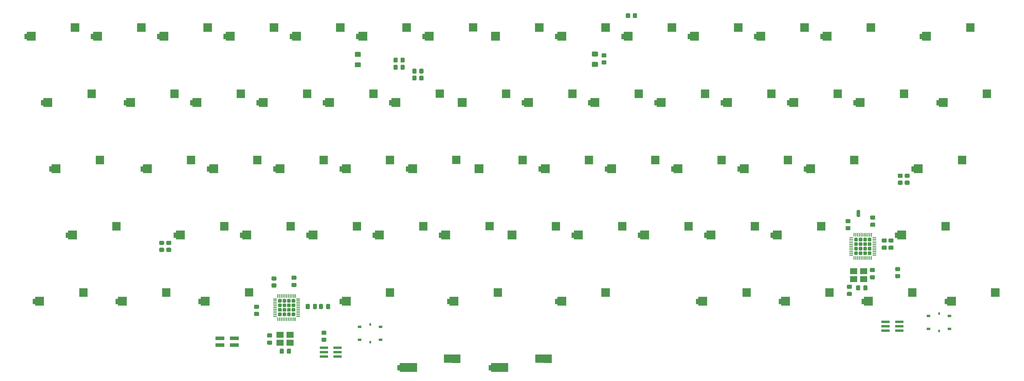
<source format=gbp>
%TF.GenerationSoftware,KiCad,Pcbnew,(5.1.10)-1*%
%TF.CreationDate,2022-03-06T16:48:13-07:00*%
%TF.ProjectId,Unit000,556e6974-3030-4302-9e6b-696361645f70,rev?*%
%TF.SameCoordinates,Original*%
%TF.FileFunction,Paste,Bot*%
%TF.FilePolarity,Positive*%
%FSLAX46Y46*%
G04 Gerber Fmt 4.6, Leading zero omitted, Abs format (unit mm)*
G04 Created by KiCad (PCBNEW (5.1.10)-1) date 2022-03-06 16:48:13*
%MOMM*%
%LPD*%
G01*
G04 APERTURE LIST*
%ADD10C,0.100000*%
%ADD11R,2.500000X2.500000*%
%ADD12R,2.400000X0.740000*%
%ADD13R,0.700000X1.500000*%
%ADD14R,2.400000X2.400000*%
%ADD15R,2.100000X1.800000*%
%ADD16R,2.580000X1.000000*%
%ADD17R,0.990600X0.711200*%
%ADD18R,0.609600X0.711200*%
G04 APERTURE END LIST*
D10*
%TO.C,SW8*%
G36*
X163623260Y-36867600D02*
G01*
X166023260Y-36867600D01*
X166023260Y-39267600D01*
X163623260Y-39267600D01*
X163623260Y-36867600D01*
G37*
D11*
X152223260Y-40607600D03*
%TD*%
D10*
%TO.C,SW21*%
G36*
X154098260Y-55917600D02*
G01*
X156498260Y-55917600D01*
X156498260Y-58317600D01*
X154098260Y-58317600D01*
X154098260Y-55917600D01*
G37*
D11*
X142698260Y-59657600D03*
%TD*%
D10*
%TO.C,SW35*%
G36*
X158860760Y-74967600D02*
G01*
X161260760Y-74967600D01*
X161260760Y-77367600D01*
X158860760Y-77367600D01*
X158860760Y-74967600D01*
G37*
D11*
X147460760Y-78707600D03*
%TD*%
D10*
%TO.C,SW48*%
G36*
X168385760Y-94017600D02*
G01*
X170785760Y-94017600D01*
X170785760Y-96417600D01*
X168385760Y-96417600D01*
X168385760Y-94017600D01*
G37*
D11*
X156985760Y-97757600D03*
%TD*%
D12*
%TO.C,J3*%
X106850000Y-130180000D03*
X102950000Y-130180000D03*
X106850000Y-131450000D03*
X102950000Y-131450000D03*
X106850000Y-132720000D03*
X102950000Y-132720000D03*
%TD*%
D13*
%TO.C,SW67*%
X150623260Y-135897600D03*
D11*
X152223260Y-135857600D03*
D14*
X164823260Y-133317600D03*
%TD*%
D13*
%TO.C,SW64*%
X124429510Y-135897600D03*
D11*
X126029510Y-135857600D03*
D14*
X138629510Y-133317600D03*
%TD*%
%TO.C,R1*%
G36*
G01*
X103400001Y-126450000D02*
X102499999Y-126450000D01*
G75*
G02*
X102250000Y-126200001I0J249999D01*
G01*
X102250000Y-125499999D01*
G75*
G02*
X102499999Y-125250000I249999J0D01*
G01*
X103400001Y-125250000D01*
G75*
G02*
X103650000Y-125499999I0J-249999D01*
G01*
X103650000Y-126200001D01*
G75*
G02*
X103400001Y-126450000I-249999J0D01*
G01*
G37*
G36*
G01*
X103400001Y-128450000D02*
X102499999Y-128450000D01*
G75*
G02*
X102250000Y-128200001I0J249999D01*
G01*
X102250000Y-127499999D01*
G75*
G02*
X102499999Y-127250000I249999J0D01*
G01*
X103400001Y-127250000D01*
G75*
G02*
X103650000Y-127499999I0J-249999D01*
G01*
X103650000Y-128200001D01*
G75*
G02*
X103400001Y-128450000I-249999J0D01*
G01*
G37*
%TD*%
%TO.C,C2*%
G36*
G01*
X103600000Y-118775000D02*
X103600000Y-117825000D01*
G75*
G02*
X103850000Y-117575000I250000J0D01*
G01*
X104525000Y-117575000D01*
G75*
G02*
X104775000Y-117825000I0J-250000D01*
G01*
X104775000Y-118775000D01*
G75*
G02*
X104525000Y-119025000I-250000J0D01*
G01*
X103850000Y-119025000D01*
G75*
G02*
X103600000Y-118775000I0J250000D01*
G01*
G37*
G36*
G01*
X101525000Y-118775000D02*
X101525000Y-117825000D01*
G75*
G02*
X101775000Y-117575000I250000J0D01*
G01*
X102450000Y-117575000D01*
G75*
G02*
X102700000Y-117825000I0J-250000D01*
G01*
X102700000Y-118775000D01*
G75*
G02*
X102450000Y-119025000I-250000J0D01*
G01*
X101775000Y-119025000D01*
G75*
G02*
X101525000Y-118775000I0J250000D01*
G01*
G37*
%TD*%
D13*
%TO.C,SW56*%
X67279510Y-116847600D03*
D11*
X68879510Y-116807600D03*
D14*
X81479510Y-114267600D03*
%TD*%
D13*
%TO.C,SW7*%
X131573260Y-40647600D03*
D11*
X133173260Y-40607600D03*
D14*
X145773260Y-38067600D03*
%TD*%
D13*
%TO.C,SW20*%
X122048260Y-59697600D03*
D11*
X123648260Y-59657600D03*
D14*
X136248260Y-57117600D03*
%TD*%
D13*
%TO.C,SW34*%
X126810760Y-78747600D03*
D11*
X128410760Y-78707600D03*
D14*
X141010760Y-76167600D03*
%TD*%
D13*
%TO.C,SW47*%
X136335760Y-97797600D03*
D11*
X137935760Y-97757600D03*
D14*
X150535760Y-95217600D03*
%TD*%
%TO.C,R12*%
G36*
G01*
X190900000Y-34199999D02*
X190900000Y-35100001D01*
G75*
G02*
X190650001Y-35350000I-249999J0D01*
G01*
X189949999Y-35350000D01*
G75*
G02*
X189700000Y-35100001I0J249999D01*
G01*
X189700000Y-34199999D01*
G75*
G02*
X189949999Y-33950000I249999J0D01*
G01*
X190650001Y-33950000D01*
G75*
G02*
X190900000Y-34199999I0J-249999D01*
G01*
G37*
G36*
G01*
X192900000Y-34199999D02*
X192900000Y-35100001D01*
G75*
G02*
X192650001Y-35350000I-249999J0D01*
G01*
X191949999Y-35350000D01*
G75*
G02*
X191700000Y-35100001I0J249999D01*
G01*
X191700000Y-34199999D01*
G75*
G02*
X191949999Y-33950000I249999J0D01*
G01*
X192650001Y-33950000D01*
G75*
G02*
X192900000Y-34199999I0J-249999D01*
G01*
G37*
%TD*%
%TO.C,C5*%
G36*
G01*
X91437500Y-130675000D02*
X91437500Y-131625000D01*
G75*
G02*
X91187500Y-131875000I-250000J0D01*
G01*
X90512500Y-131875000D01*
G75*
G02*
X90262500Y-131625000I0J250000D01*
G01*
X90262500Y-130675000D01*
G75*
G02*
X90512500Y-130425000I250000J0D01*
G01*
X91187500Y-130425000D01*
G75*
G02*
X91437500Y-130675000I0J-250000D01*
G01*
G37*
G36*
G01*
X93512500Y-130675000D02*
X93512500Y-131625000D01*
G75*
G02*
X93262500Y-131875000I-250000J0D01*
G01*
X92587500Y-131875000D01*
G75*
G02*
X92337500Y-131625000I0J250000D01*
G01*
X92337500Y-130675000D01*
G75*
G02*
X92587500Y-130425000I250000J0D01*
G01*
X93262500Y-130425000D01*
G75*
G02*
X93512500Y-130675000I0J-250000D01*
G01*
G37*
%TD*%
%TO.C,C6*%
G36*
G01*
X99800000Y-118775000D02*
X99800000Y-117825000D01*
G75*
G02*
X100050000Y-117575000I250000J0D01*
G01*
X100725000Y-117575000D01*
G75*
G02*
X100975000Y-117825000I0J-250000D01*
G01*
X100975000Y-118775000D01*
G75*
G02*
X100725000Y-119025000I-250000J0D01*
G01*
X100050000Y-119025000D01*
G75*
G02*
X99800000Y-118775000I0J250000D01*
G01*
G37*
G36*
G01*
X97725000Y-118775000D02*
X97725000Y-117825000D01*
G75*
G02*
X97975000Y-117575000I250000J0D01*
G01*
X98650000Y-117575000D01*
G75*
G02*
X98900000Y-117825000I0J-250000D01*
G01*
X98900000Y-118775000D01*
G75*
G02*
X98650000Y-119025000I-250000J0D01*
G01*
X97975000Y-119025000D01*
G75*
G02*
X97725000Y-118775000I0J250000D01*
G01*
G37*
%TD*%
%TO.C,C1*%
G36*
G01*
X93875000Y-111500000D02*
X94825000Y-111500000D01*
G75*
G02*
X95075000Y-111750000I0J-250000D01*
G01*
X95075000Y-112425000D01*
G75*
G02*
X94825000Y-112675000I-250000J0D01*
G01*
X93875000Y-112675000D01*
G75*
G02*
X93625000Y-112425000I0J250000D01*
G01*
X93625000Y-111750000D01*
G75*
G02*
X93875000Y-111500000I250000J0D01*
G01*
G37*
G36*
G01*
X93875000Y-109425000D02*
X94825000Y-109425000D01*
G75*
G02*
X95075000Y-109675000I0J-250000D01*
G01*
X95075000Y-110350000D01*
G75*
G02*
X94825000Y-110600000I-250000J0D01*
G01*
X93875000Y-110600000D01*
G75*
G02*
X93625000Y-110350000I0J250000D01*
G01*
X93625000Y-109675000D01*
G75*
G02*
X93875000Y-109425000I250000J0D01*
G01*
G37*
%TD*%
%TO.C,R4*%
G36*
G01*
X88149999Y-111650000D02*
X89050001Y-111650000D01*
G75*
G02*
X89300000Y-111899999I0J-249999D01*
G01*
X89300000Y-112600001D01*
G75*
G02*
X89050001Y-112850000I-249999J0D01*
G01*
X88149999Y-112850000D01*
G75*
G02*
X87900000Y-112600001I0J249999D01*
G01*
X87900000Y-111899999D01*
G75*
G02*
X88149999Y-111650000I249999J0D01*
G01*
G37*
G36*
G01*
X88149999Y-109650000D02*
X89050001Y-109650000D01*
G75*
G02*
X89300000Y-109899999I0J-249999D01*
G01*
X89300000Y-110600001D01*
G75*
G02*
X89050001Y-110850000I-249999J0D01*
G01*
X88149999Y-110850000D01*
G75*
G02*
X87900000Y-110600001I0J249999D01*
G01*
X87900000Y-109899999D01*
G75*
G02*
X88149999Y-109650000I249999J0D01*
G01*
G37*
%TD*%
D15*
%TO.C,Y1*%
X90350000Y-128750000D03*
X93250000Y-128750000D03*
X93250000Y-126450000D03*
X90350000Y-126450000D03*
%TD*%
%TO.C,C4*%
G36*
G01*
X86875000Y-128100000D02*
X87825000Y-128100000D01*
G75*
G02*
X88075000Y-128350000I0J-250000D01*
G01*
X88075000Y-129025000D01*
G75*
G02*
X87825000Y-129275000I-250000J0D01*
G01*
X86875000Y-129275000D01*
G75*
G02*
X86625000Y-129025000I0J250000D01*
G01*
X86625000Y-128350000D01*
G75*
G02*
X86875000Y-128100000I250000J0D01*
G01*
G37*
G36*
G01*
X86875000Y-126025000D02*
X87825000Y-126025000D01*
G75*
G02*
X88075000Y-126275000I0J-250000D01*
G01*
X88075000Y-126950000D01*
G75*
G02*
X87825000Y-127200000I-250000J0D01*
G01*
X86875000Y-127200000D01*
G75*
G02*
X86625000Y-126950000I0J250000D01*
G01*
X86625000Y-126275000D01*
G75*
G02*
X86875000Y-126025000I250000J0D01*
G01*
G37*
%TD*%
D16*
%TO.C,J5*%
X77235000Y-127400000D03*
X73065000Y-127400000D03*
X77235000Y-129400000D03*
X73065000Y-129400000D03*
%TD*%
D10*
%TO.C,SW55*%
G36*
X56467010Y-113067600D02*
G01*
X58867010Y-113067600D01*
X58867010Y-115467600D01*
X56467010Y-115467600D01*
X56467010Y-113067600D01*
G37*
D11*
X45067010Y-116807600D03*
D13*
X43467010Y-116847600D03*
%TD*%
D10*
%TO.C,SW6*%
G36*
X125523260Y-36867600D02*
G01*
X127923260Y-36867600D01*
X127923260Y-39267600D01*
X125523260Y-39267600D01*
X125523260Y-36867600D01*
G37*
D11*
X114123260Y-40607600D03*
D13*
X112523260Y-40647600D03*
%TD*%
D10*
%TO.C,SW15*%
G36*
X35035760Y-55917600D02*
G01*
X37435760Y-55917600D01*
X37435760Y-58317600D01*
X35035760Y-58317600D01*
X35035760Y-55917600D01*
G37*
D11*
X23635760Y-59657600D03*
D13*
X22035760Y-59697600D03*
%TD*%
D10*
%TO.C,GRV1*%
G36*
X30273260Y-36867600D02*
G01*
X32673260Y-36867600D01*
X32673260Y-39267600D01*
X30273260Y-39267600D01*
X30273260Y-36867600D01*
G37*
D11*
X18873260Y-40607600D03*
D13*
X17273260Y-40647600D03*
%TD*%
D10*
%TO.C,SW40*%
G36*
X254110760Y-74967600D02*
G01*
X256510760Y-74967600D01*
X256510760Y-77367600D01*
X254110760Y-77367600D01*
X254110760Y-74967600D01*
G37*
D11*
X242710760Y-78707600D03*
D13*
X241110760Y-78747600D03*
%TD*%
D10*
%TO.C,SW61*%
G36*
X246967010Y-113067600D02*
G01*
X249367010Y-113067600D01*
X249367010Y-115467600D01*
X246967010Y-115467600D01*
X246967010Y-113067600D01*
G37*
D11*
X235567010Y-116807600D03*
D13*
X233967010Y-116847600D03*
%TD*%
D10*
%TO.C,SW44*%
G36*
X92185760Y-94017600D02*
G01*
X94585760Y-94017600D01*
X94585760Y-96417600D01*
X92185760Y-96417600D01*
X92185760Y-94017600D01*
G37*
D11*
X80785760Y-97757600D03*
D13*
X79185760Y-97797600D03*
%TD*%
D10*
%TO.C,SW65*%
G36*
X139810760Y-132117600D02*
G01*
X142210760Y-132117600D01*
X142210760Y-134517600D01*
X139810760Y-134517600D01*
X139810760Y-132117600D01*
G37*
D11*
X128410760Y-135857600D03*
D13*
X126810760Y-135897600D03*
%TD*%
D10*
%TO.C,SW62*%
G36*
X270779510Y-113067600D02*
G01*
X273179510Y-113067600D01*
X273179510Y-115467600D01*
X270779510Y-115467600D01*
X270779510Y-113067600D01*
G37*
D11*
X259379510Y-116807600D03*
D13*
X257779510Y-116847600D03*
%TD*%
D10*
%TO.C,SW32*%
G36*
X101710760Y-74967600D02*
G01*
X104110760Y-74967600D01*
X104110760Y-77367600D01*
X101710760Y-77367600D01*
X101710760Y-74967600D01*
G37*
D11*
X90310760Y-78707600D03*
D13*
X88710760Y-78747600D03*
%TD*%
D10*
%TO.C,SW13*%
G36*
X258873260Y-36867600D02*
G01*
X261273260Y-36867600D01*
X261273260Y-39267600D01*
X258873260Y-39267600D01*
X258873260Y-36867600D01*
G37*
D11*
X247473260Y-40607600D03*
D13*
X245873260Y-40647600D03*
%TD*%
D10*
%TO.C,SW41*%
G36*
X285067010Y-74967600D02*
G01*
X287467010Y-74967600D01*
X287467010Y-77367600D01*
X285067010Y-77367600D01*
X285067010Y-74967600D01*
G37*
D11*
X273667010Y-78707600D03*
D13*
X272067010Y-78747600D03*
%TD*%
D10*
%TO.C,SW28*%
G36*
X292210760Y-55917600D02*
G01*
X294610760Y-55917600D01*
X294610760Y-58317600D01*
X292210760Y-58317600D01*
X292210760Y-55917600D01*
G37*
D11*
X280810760Y-59657600D03*
D13*
X279210760Y-59697600D03*
%TD*%
D10*
%TO.C,SW4*%
G36*
X87423260Y-36867600D02*
G01*
X89823260Y-36867600D01*
X89823260Y-39267600D01*
X87423260Y-39267600D01*
X87423260Y-36867600D01*
G37*
D11*
X76023260Y-40607600D03*
D13*
X74423260Y-40647600D03*
%TD*%
D10*
%TO.C,SW54*%
G36*
X32654510Y-113067600D02*
G01*
X35054510Y-113067600D01*
X35054510Y-115467600D01*
X32654510Y-115467600D01*
X32654510Y-113067600D01*
G37*
D11*
X21254510Y-116807600D03*
D13*
X19654510Y-116847600D03*
%TD*%
D10*
%TO.C,SW53*%
G36*
X280304510Y-94017600D02*
G01*
X282704510Y-94017600D01*
X282704510Y-96417600D01*
X280304510Y-96417600D01*
X280304510Y-94017600D01*
G37*
D11*
X268904510Y-97757600D03*
D13*
X267304510Y-97797600D03*
%TD*%
D10*
%TO.C,SW42*%
G36*
X42179510Y-94017600D02*
G01*
X44579510Y-94017600D01*
X44579510Y-96417600D01*
X42179510Y-96417600D01*
X42179510Y-94017600D01*
G37*
D11*
X30779510Y-97757600D03*
D13*
X29179510Y-97797600D03*
%TD*%
D10*
%TO.C,SW14*%
G36*
X287448260Y-36867600D02*
G01*
X289848260Y-36867600D01*
X289848260Y-39267600D01*
X287448260Y-39267600D01*
X287448260Y-36867600D01*
G37*
D11*
X276048260Y-40607600D03*
D13*
X274448260Y-40647600D03*
%TD*%
D10*
%TO.C,SW57*%
G36*
X151717010Y-113067600D02*
G01*
X154117010Y-113067600D01*
X154117010Y-115467600D01*
X151717010Y-115467600D01*
X151717010Y-113067600D01*
G37*
D11*
X140317010Y-116807600D03*
D13*
X138717010Y-116847600D03*
%TD*%
D10*
%TO.C,SW58*%
G36*
X120760760Y-113067600D02*
G01*
X123160760Y-113067600D01*
X123160760Y-115467600D01*
X120760760Y-115467600D01*
X120760760Y-113067600D01*
G37*
D11*
X109360760Y-116807600D03*
D13*
X107760760Y-116847600D03*
%TD*%
D10*
%TO.C,SW59*%
G36*
X182673260Y-113067600D02*
G01*
X185073260Y-113067600D01*
X185073260Y-115467600D01*
X182673260Y-115467600D01*
X182673260Y-113067600D01*
G37*
D11*
X171273260Y-116807600D03*
D13*
X169673260Y-116847600D03*
%TD*%
D10*
%TO.C,SW29*%
G36*
X37417010Y-74967600D02*
G01*
X39817010Y-74967600D01*
X39817010Y-77367600D01*
X37417010Y-77367600D01*
X37417010Y-74967600D01*
G37*
D11*
X26017010Y-78707600D03*
D13*
X24417010Y-78747600D03*
%TD*%
D10*
%TO.C,SW63*%
G36*
X294592010Y-113067600D02*
G01*
X296992010Y-113067600D01*
X296992010Y-115467600D01*
X294592010Y-115467600D01*
X294592010Y-113067600D01*
G37*
D11*
X283192010Y-116807600D03*
D13*
X281592010Y-116847600D03*
%TD*%
D10*
%TO.C,SW60*%
G36*
X223154510Y-113067600D02*
G01*
X225554510Y-113067600D01*
X225554510Y-115467600D01*
X223154510Y-115467600D01*
X223154510Y-113067600D01*
G37*
D11*
X211754510Y-116807600D03*
D13*
X210154510Y-116847600D03*
%TD*%
D10*
%TO.C,SW66*%
G36*
X166004510Y-132117600D02*
G01*
X168404510Y-132117600D01*
X168404510Y-134517600D01*
X166004510Y-134517600D01*
X166004510Y-132117600D01*
G37*
D11*
X154604510Y-135857600D03*
D13*
X153004510Y-135897600D03*
%TD*%
D10*
%TO.C,SW52*%
G36*
X244585760Y-94017600D02*
G01*
X246985760Y-94017600D01*
X246985760Y-96417600D01*
X244585760Y-96417600D01*
X244585760Y-94017600D01*
G37*
D11*
X233185760Y-97757600D03*
D13*
X231585760Y-97797600D03*
%TD*%
D10*
%TO.C,SW5*%
G36*
X106473260Y-36867600D02*
G01*
X108873260Y-36867600D01*
X108873260Y-39267600D01*
X106473260Y-39267600D01*
X106473260Y-36867600D01*
G37*
D11*
X95073260Y-40607600D03*
D13*
X93473260Y-40647600D03*
%TD*%
D10*
%TO.C,SW50*%
G36*
X206485760Y-94017600D02*
G01*
X208885760Y-94017600D01*
X208885760Y-96417600D01*
X206485760Y-96417600D01*
X206485760Y-94017600D01*
G37*
D11*
X195085760Y-97757600D03*
D13*
X193485760Y-97797600D03*
%TD*%
D10*
%TO.C,SW51*%
G36*
X225535760Y-94017600D02*
G01*
X227935760Y-94017600D01*
X227935760Y-96417600D01*
X225535760Y-96417600D01*
X225535760Y-94017600D01*
G37*
D11*
X214135760Y-97757600D03*
D13*
X212535760Y-97797600D03*
%TD*%
D10*
%TO.C,SW43*%
G36*
X73135760Y-94017600D02*
G01*
X75535760Y-94017600D01*
X75535760Y-96417600D01*
X73135760Y-96417600D01*
X73135760Y-94017600D01*
G37*
D11*
X61735760Y-97757600D03*
D13*
X60135760Y-97797600D03*
%TD*%
D10*
%TO.C,SW49*%
G36*
X187435760Y-94017600D02*
G01*
X189835760Y-94017600D01*
X189835760Y-96417600D01*
X187435760Y-96417600D01*
X187435760Y-94017600D01*
G37*
D11*
X176035760Y-97757600D03*
D13*
X174435760Y-97797600D03*
%TD*%
D10*
%TO.C,SW45*%
G36*
X111235760Y-94017600D02*
G01*
X113635760Y-94017600D01*
X113635760Y-96417600D01*
X111235760Y-96417600D01*
X111235760Y-94017600D01*
G37*
D11*
X99835760Y-97757600D03*
D13*
X98235760Y-97797600D03*
%TD*%
D10*
%TO.C,SW46*%
G36*
X130285760Y-94017600D02*
G01*
X132685760Y-94017600D01*
X132685760Y-96417600D01*
X130285760Y-96417600D01*
X130285760Y-94017600D01*
G37*
D11*
X118885760Y-97757600D03*
D13*
X117285760Y-97797600D03*
%TD*%
D10*
%TO.C,SW33*%
G36*
X120760760Y-74967600D02*
G01*
X123160760Y-74967600D01*
X123160760Y-77367600D01*
X120760760Y-77367600D01*
X120760760Y-74967600D01*
G37*
D11*
X109360760Y-78707600D03*
D13*
X107760760Y-78747600D03*
%TD*%
D10*
%TO.C,SW30*%
G36*
X63610760Y-74967600D02*
G01*
X66010760Y-74967600D01*
X66010760Y-77367600D01*
X63610760Y-77367600D01*
X63610760Y-74967600D01*
G37*
D11*
X52210760Y-78707600D03*
D13*
X50610760Y-78747600D03*
%TD*%
D10*
%TO.C,SW37*%
G36*
X196960760Y-74967600D02*
G01*
X199360760Y-74967600D01*
X199360760Y-77367600D01*
X196960760Y-77367600D01*
X196960760Y-74967600D01*
G37*
D11*
X185560760Y-78707600D03*
D13*
X183960760Y-78747600D03*
%TD*%
D10*
%TO.C,SW38*%
G36*
X216010760Y-74967600D02*
G01*
X218410760Y-74967600D01*
X218410760Y-77367600D01*
X216010760Y-77367600D01*
X216010760Y-74967600D01*
G37*
D11*
X204610760Y-78707600D03*
D13*
X203010760Y-78747600D03*
%TD*%
D10*
%TO.C,SW39*%
G36*
X235060760Y-74967600D02*
G01*
X237460760Y-74967600D01*
X237460760Y-77367600D01*
X235060760Y-77367600D01*
X235060760Y-74967600D01*
G37*
D11*
X223660760Y-78707600D03*
D13*
X222060760Y-78747600D03*
%TD*%
D10*
%TO.C,SW27*%
G36*
X268398260Y-55917600D02*
G01*
X270798260Y-55917600D01*
X270798260Y-58317600D01*
X268398260Y-58317600D01*
X268398260Y-55917600D01*
G37*
D11*
X256998260Y-59657600D03*
D13*
X255398260Y-59697600D03*
%TD*%
D10*
%TO.C,SW36*%
G36*
X177910760Y-74967600D02*
G01*
X180310760Y-74967600D01*
X180310760Y-77367600D01*
X177910760Y-77367600D01*
X177910760Y-74967600D01*
G37*
D11*
X166510760Y-78707600D03*
D13*
X164910760Y-78747600D03*
%TD*%
D10*
%TO.C,SW3*%
G36*
X68373260Y-36867600D02*
G01*
X70773260Y-36867600D01*
X70773260Y-39267600D01*
X68373260Y-39267600D01*
X68373260Y-36867600D01*
G37*
D11*
X56973260Y-40607600D03*
D13*
X55373260Y-40647600D03*
%TD*%
D10*
%TO.C,SW31*%
G36*
X82660760Y-74967600D02*
G01*
X85060760Y-74967600D01*
X85060760Y-77367600D01*
X82660760Y-77367600D01*
X82660760Y-74967600D01*
G37*
D11*
X71260760Y-78707600D03*
D13*
X69660760Y-78747600D03*
%TD*%
D10*
%TO.C,SW12*%
G36*
X239823260Y-36867600D02*
G01*
X242223260Y-36867600D01*
X242223260Y-39267600D01*
X239823260Y-39267600D01*
X239823260Y-36867600D01*
G37*
D11*
X228423260Y-40607600D03*
D13*
X226823260Y-40647600D03*
%TD*%
D10*
%TO.C,SW16*%
G36*
X58848260Y-55917600D02*
G01*
X61248260Y-55917600D01*
X61248260Y-58317600D01*
X58848260Y-58317600D01*
X58848260Y-55917600D01*
G37*
D11*
X47448260Y-59657600D03*
D13*
X45848260Y-59697600D03*
%TD*%
D10*
%TO.C,SW17*%
G36*
X77898260Y-55917600D02*
G01*
X80298260Y-55917600D01*
X80298260Y-58317600D01*
X77898260Y-58317600D01*
X77898260Y-55917600D01*
G37*
D11*
X66498260Y-59657600D03*
D13*
X64898260Y-59697600D03*
%TD*%
D10*
%TO.C,K_1*%
G36*
X49323260Y-36867600D02*
G01*
X51723260Y-36867600D01*
X51723260Y-39267600D01*
X49323260Y-39267600D01*
X49323260Y-36867600D01*
G37*
D11*
X37923260Y-40607600D03*
D13*
X36323260Y-40647600D03*
%TD*%
D10*
%TO.C,SW26*%
G36*
X249348260Y-55917600D02*
G01*
X251748260Y-55917600D01*
X251748260Y-58317600D01*
X249348260Y-58317600D01*
X249348260Y-55917600D01*
G37*
D11*
X237948260Y-59657600D03*
D13*
X236348260Y-59697600D03*
%TD*%
D10*
%TO.C,SW22*%
G36*
X173148260Y-55917600D02*
G01*
X175548260Y-55917600D01*
X175548260Y-58317600D01*
X173148260Y-58317600D01*
X173148260Y-55917600D01*
G37*
D11*
X161748260Y-59657600D03*
D13*
X160148260Y-59697600D03*
%TD*%
D10*
%TO.C,SW24*%
G36*
X211248260Y-55917600D02*
G01*
X213648260Y-55917600D01*
X213648260Y-58317600D01*
X211248260Y-58317600D01*
X211248260Y-55917600D01*
G37*
D11*
X199848260Y-59657600D03*
D13*
X198248260Y-59697600D03*
%TD*%
D10*
%TO.C,SW23*%
G36*
X192198260Y-55917600D02*
G01*
X194598260Y-55917600D01*
X194598260Y-58317600D01*
X192198260Y-58317600D01*
X192198260Y-55917600D01*
G37*
D11*
X180798260Y-59657600D03*
D13*
X179198260Y-59697600D03*
%TD*%
D10*
%TO.C,SW18*%
G36*
X96948260Y-55917600D02*
G01*
X99348260Y-55917600D01*
X99348260Y-58317600D01*
X96948260Y-58317600D01*
X96948260Y-55917600D01*
G37*
D11*
X85548260Y-59657600D03*
D13*
X83948260Y-59697600D03*
%TD*%
D10*
%TO.C,SW19*%
G36*
X115998260Y-55917600D02*
G01*
X118398260Y-55917600D01*
X118398260Y-58317600D01*
X115998260Y-58317600D01*
X115998260Y-55917600D01*
G37*
D11*
X104598260Y-59657600D03*
D13*
X102998260Y-59697600D03*
%TD*%
D10*
%TO.C,SW11*%
G36*
X220773260Y-36867600D02*
G01*
X223173260Y-36867600D01*
X223173260Y-39267600D01*
X220773260Y-39267600D01*
X220773260Y-36867600D01*
G37*
D11*
X209373260Y-40607600D03*
D13*
X207773260Y-40647600D03*
%TD*%
D10*
%TO.C,SW10*%
G36*
X201723260Y-36867600D02*
G01*
X204123260Y-36867600D01*
X204123260Y-39267600D01*
X201723260Y-39267600D01*
X201723260Y-36867600D01*
G37*
D11*
X190323260Y-40607600D03*
D13*
X188723260Y-40647600D03*
%TD*%
D10*
%TO.C,SW25*%
G36*
X230298260Y-55917600D02*
G01*
X232698260Y-55917600D01*
X232698260Y-58317600D01*
X230298260Y-58317600D01*
X230298260Y-55917600D01*
G37*
D11*
X218898260Y-59657600D03*
D13*
X217298260Y-59697600D03*
%TD*%
D10*
%TO.C,SW9*%
G36*
X182673260Y-36867600D02*
G01*
X185073260Y-36867600D01*
X185073260Y-39267600D01*
X182673260Y-39267600D01*
X182673260Y-36867600D01*
G37*
D11*
X171273260Y-40607600D03*
D13*
X169673260Y-40647600D03*
%TD*%
%TO.C,R3*%
G36*
G01*
X58850001Y-100600000D02*
X57949999Y-100600000D01*
G75*
G02*
X57700000Y-100350001I0J249999D01*
G01*
X57700000Y-99649999D01*
G75*
G02*
X57949999Y-99400000I249999J0D01*
G01*
X58850001Y-99400000D01*
G75*
G02*
X59100000Y-99649999I0J-249999D01*
G01*
X59100000Y-100350001D01*
G75*
G02*
X58850001Y-100600000I-249999J0D01*
G01*
G37*
G36*
G01*
X58850001Y-102600000D02*
X57949999Y-102600000D01*
G75*
G02*
X57700000Y-102350001I0J249999D01*
G01*
X57700000Y-101649999D01*
G75*
G02*
X57949999Y-101400000I249999J0D01*
G01*
X58850001Y-101400000D01*
G75*
G02*
X59100000Y-101649999I0J-249999D01*
G01*
X59100000Y-102350001D01*
G75*
G02*
X58850001Y-102600000I-249999J0D01*
G01*
G37*
%TD*%
%TO.C,R2*%
G36*
G01*
X56800001Y-100600000D02*
X55899999Y-100600000D01*
G75*
G02*
X55650000Y-100350001I0J249999D01*
G01*
X55650000Y-99649999D01*
G75*
G02*
X55899999Y-99400000I249999J0D01*
G01*
X56800001Y-99400000D01*
G75*
G02*
X57050000Y-99649999I0J-249999D01*
G01*
X57050000Y-100350001D01*
G75*
G02*
X56800001Y-100600000I-249999J0D01*
G01*
G37*
G36*
G01*
X56800001Y-102600000D02*
X55899999Y-102600000D01*
G75*
G02*
X55650000Y-102350001I0J249999D01*
G01*
X55650000Y-101649999D01*
G75*
G02*
X55899999Y-101400000I249999J0D01*
G01*
X56800001Y-101400000D01*
G75*
G02*
X57050000Y-101649999I0J-249999D01*
G01*
X57050000Y-102350001D01*
G75*
G02*
X56800001Y-102600000I-249999J0D01*
G01*
G37*
%TD*%
%TO.C,R14*%
G36*
G01*
X270950001Y-81300000D02*
X270049999Y-81300000D01*
G75*
G02*
X269800000Y-81050001I0J249999D01*
G01*
X269800000Y-80349999D01*
G75*
G02*
X270049999Y-80100000I249999J0D01*
G01*
X270950001Y-80100000D01*
G75*
G02*
X271200000Y-80349999I0J-249999D01*
G01*
X271200000Y-81050001D01*
G75*
G02*
X270950001Y-81300000I-249999J0D01*
G01*
G37*
G36*
G01*
X270950001Y-83300000D02*
X270049999Y-83300000D01*
G75*
G02*
X269800000Y-83050001I0J249999D01*
G01*
X269800000Y-82349999D01*
G75*
G02*
X270049999Y-82100000I249999J0D01*
G01*
X270950001Y-82100000D01*
G75*
G02*
X271200000Y-82349999I0J-249999D01*
G01*
X271200000Y-83050001D01*
G75*
G02*
X270950001Y-83300000I-249999J0D01*
G01*
G37*
%TD*%
%TO.C,R13*%
G36*
G01*
X268950001Y-81300000D02*
X268049999Y-81300000D01*
G75*
G02*
X267800000Y-81050001I0J249999D01*
G01*
X267800000Y-80349999D01*
G75*
G02*
X268049999Y-80100000I249999J0D01*
G01*
X268950001Y-80100000D01*
G75*
G02*
X269200000Y-80349999I0J-249999D01*
G01*
X269200000Y-81050001D01*
G75*
G02*
X268950001Y-81300000I-249999J0D01*
G01*
G37*
G36*
G01*
X268950001Y-83300000D02*
X268049999Y-83300000D01*
G75*
G02*
X267800000Y-83050001I0J249999D01*
G01*
X267800000Y-82349999D01*
G75*
G02*
X268049999Y-82100000I249999J0D01*
G01*
X268950001Y-82100000D01*
G75*
G02*
X269200000Y-82349999I0J-249999D01*
G01*
X269200000Y-83050001D01*
G75*
G02*
X268950001Y-83300000I-249999J0D01*
G01*
G37*
%TD*%
%TO.C,R5*%
G36*
G01*
X267299999Y-108950000D02*
X268200001Y-108950000D01*
G75*
G02*
X268450000Y-109199999I0J-249999D01*
G01*
X268450000Y-109900001D01*
G75*
G02*
X268200001Y-110150000I-249999J0D01*
G01*
X267299999Y-110150000D01*
G75*
G02*
X267050000Y-109900001I0J249999D01*
G01*
X267050000Y-109199999D01*
G75*
G02*
X267299999Y-108950000I249999J0D01*
G01*
G37*
G36*
G01*
X267299999Y-106950000D02*
X268200001Y-106950000D01*
G75*
G02*
X268450000Y-107199999I0J-249999D01*
G01*
X268450000Y-107900001D01*
G75*
G02*
X268200001Y-108150000I-249999J0D01*
G01*
X267299999Y-108150000D01*
G75*
G02*
X267050000Y-107900001I0J249999D01*
G01*
X267050000Y-107199999D01*
G75*
G02*
X267299999Y-106950000I249999J0D01*
G01*
G37*
%TD*%
%TO.C,C11*%
G36*
G01*
X257000000Y-112475000D02*
X257000000Y-113425000D01*
G75*
G02*
X256750000Y-113675000I-250000J0D01*
G01*
X256075000Y-113675000D01*
G75*
G02*
X255825000Y-113425000I0J250000D01*
G01*
X255825000Y-112475000D01*
G75*
G02*
X256075000Y-112225000I250000J0D01*
G01*
X256750000Y-112225000D01*
G75*
G02*
X257000000Y-112475000I0J-250000D01*
G01*
G37*
G36*
G01*
X259075000Y-112475000D02*
X259075000Y-113425000D01*
G75*
G02*
X258825000Y-113675000I-250000J0D01*
G01*
X258150000Y-113675000D01*
G75*
G02*
X257900000Y-113425000I0J250000D01*
G01*
X257900000Y-112475000D01*
G75*
G02*
X258150000Y-112225000I250000J0D01*
G01*
X258825000Y-112225000D01*
G75*
G02*
X259075000Y-112475000I0J-250000D01*
G01*
G37*
%TD*%
%TO.C,C10*%
G36*
G01*
X253425000Y-114100000D02*
X254375000Y-114100000D01*
G75*
G02*
X254625000Y-114350000I0J-250000D01*
G01*
X254625000Y-115025000D01*
G75*
G02*
X254375000Y-115275000I-250000J0D01*
G01*
X253425000Y-115275000D01*
G75*
G02*
X253175000Y-115025000I0J250000D01*
G01*
X253175000Y-114350000D01*
G75*
G02*
X253425000Y-114100000I250000J0D01*
G01*
G37*
G36*
G01*
X253425000Y-112025000D02*
X254375000Y-112025000D01*
G75*
G02*
X254625000Y-112275000I0J-250000D01*
G01*
X254625000Y-112950000D01*
G75*
G02*
X254375000Y-113200000I-250000J0D01*
G01*
X253425000Y-113200000D01*
G75*
G02*
X253175000Y-112950000I0J250000D01*
G01*
X253175000Y-112275000D01*
G75*
G02*
X253425000Y-112025000I250000J0D01*
G01*
G37*
%TD*%
D15*
%TO.C,Y2*%
X255100000Y-110450000D03*
X258000000Y-110450000D03*
X258000000Y-108150000D03*
X255100000Y-108150000D03*
%TD*%
%TO.C,C9*%
G36*
G01*
X265375000Y-100800000D02*
X266325000Y-100800000D01*
G75*
G02*
X266575000Y-101050000I0J-250000D01*
G01*
X266575000Y-101725000D01*
G75*
G02*
X266325000Y-101975000I-250000J0D01*
G01*
X265375000Y-101975000D01*
G75*
G02*
X265125000Y-101725000I0J250000D01*
G01*
X265125000Y-101050000D01*
G75*
G02*
X265375000Y-100800000I250000J0D01*
G01*
G37*
G36*
G01*
X265375000Y-98725000D02*
X266325000Y-98725000D01*
G75*
G02*
X266575000Y-98975000I0J-250000D01*
G01*
X266575000Y-99650000D01*
G75*
G02*
X266325000Y-99900000I-250000J0D01*
G01*
X265375000Y-99900000D01*
G75*
G02*
X265125000Y-99650000I0J250000D01*
G01*
X265125000Y-98975000D01*
G75*
G02*
X265375000Y-98725000I250000J0D01*
G01*
G37*
%TD*%
%TO.C,C12*%
G36*
G01*
X264375000Y-99900000D02*
X263425000Y-99900000D01*
G75*
G02*
X263175000Y-99650000I0J250000D01*
G01*
X263175000Y-98975000D01*
G75*
G02*
X263425000Y-98725000I250000J0D01*
G01*
X264375000Y-98725000D01*
G75*
G02*
X264625000Y-98975000I0J-250000D01*
G01*
X264625000Y-99650000D01*
G75*
G02*
X264375000Y-99900000I-250000J0D01*
G01*
G37*
G36*
G01*
X264375000Y-101975000D02*
X263425000Y-101975000D01*
G75*
G02*
X263175000Y-101725000I0J250000D01*
G01*
X263175000Y-101050000D01*
G75*
G02*
X263425000Y-100800000I250000J0D01*
G01*
X264375000Y-100800000D01*
G75*
G02*
X264625000Y-101050000I0J-250000D01*
G01*
X264625000Y-101725000D01*
G75*
G02*
X264375000Y-101975000I-250000J0D01*
G01*
G37*
%TD*%
%TO.C,C7*%
G36*
G01*
X260975000Y-108400000D02*
X260025000Y-108400000D01*
G75*
G02*
X259775000Y-108150000I0J250000D01*
G01*
X259775000Y-107475000D01*
G75*
G02*
X260025000Y-107225000I250000J0D01*
G01*
X260975000Y-107225000D01*
G75*
G02*
X261225000Y-107475000I0J-250000D01*
G01*
X261225000Y-108150000D01*
G75*
G02*
X260975000Y-108400000I-250000J0D01*
G01*
G37*
G36*
G01*
X260975000Y-110475000D02*
X260025000Y-110475000D01*
G75*
G02*
X259775000Y-110225000I0J250000D01*
G01*
X259775000Y-109550000D01*
G75*
G02*
X260025000Y-109300000I250000J0D01*
G01*
X260975000Y-109300000D01*
G75*
G02*
X261225000Y-109550000I0J-250000D01*
G01*
X261225000Y-110225000D01*
G75*
G02*
X260975000Y-110475000I-250000J0D01*
G01*
G37*
%TD*%
D12*
%TO.C,J4*%
X268200000Y-122730000D03*
X264300000Y-122730000D03*
X268200000Y-124000000D03*
X264300000Y-124000000D03*
X268200000Y-125270000D03*
X264300000Y-125270000D03*
%TD*%
%TO.C,C8*%
G36*
G01*
X260125000Y-94200000D02*
X261075000Y-94200000D01*
G75*
G02*
X261325000Y-94450000I0J-250000D01*
G01*
X261325000Y-95125000D01*
G75*
G02*
X261075000Y-95375000I-250000J0D01*
G01*
X260125000Y-95375000D01*
G75*
G02*
X259875000Y-95125000I0J250000D01*
G01*
X259875000Y-94450000D01*
G75*
G02*
X260125000Y-94200000I250000J0D01*
G01*
G37*
G36*
G01*
X260125000Y-92125000D02*
X261075000Y-92125000D01*
G75*
G02*
X261325000Y-92375000I0J-250000D01*
G01*
X261325000Y-93050000D01*
G75*
G02*
X261075000Y-93300000I-250000J0D01*
G01*
X260125000Y-93300000D01*
G75*
G02*
X259875000Y-93050000I0J250000D01*
G01*
X259875000Y-92375000D01*
G75*
G02*
X260125000Y-92125000I250000J0D01*
G01*
G37*
%TD*%
%TO.C,R8*%
G36*
G01*
X253049999Y-95150000D02*
X253950001Y-95150000D01*
G75*
G02*
X254200000Y-95399999I0J-249999D01*
G01*
X254200000Y-96100001D01*
G75*
G02*
X253950001Y-96350000I-249999J0D01*
G01*
X253049999Y-96350000D01*
G75*
G02*
X252800000Y-96100001I0J249999D01*
G01*
X252800000Y-95399999D01*
G75*
G02*
X253049999Y-95150000I249999J0D01*
G01*
G37*
G36*
G01*
X253049999Y-93150000D02*
X253950001Y-93150000D01*
G75*
G02*
X254200000Y-93399999I0J-249999D01*
G01*
X254200000Y-94100001D01*
G75*
G02*
X253950001Y-94350000I-249999J0D01*
G01*
X253049999Y-94350000D01*
G75*
G02*
X252800000Y-94100001I0J249999D01*
G01*
X252800000Y-93399999D01*
G75*
G02*
X253049999Y-93150000I249999J0D01*
G01*
G37*
%TD*%
%TO.C,R11*%
G36*
G01*
X183850001Y-46700000D02*
X182949999Y-46700000D01*
G75*
G02*
X182700000Y-46450001I0J249999D01*
G01*
X182700000Y-45749999D01*
G75*
G02*
X182949999Y-45500000I249999J0D01*
G01*
X183850001Y-45500000D01*
G75*
G02*
X184100000Y-45749999I0J-249999D01*
G01*
X184100000Y-46450001D01*
G75*
G02*
X183850001Y-46700000I-249999J0D01*
G01*
G37*
G36*
G01*
X183850001Y-48700000D02*
X182949999Y-48700000D01*
G75*
G02*
X182700000Y-48450001I0J249999D01*
G01*
X182700000Y-47749999D01*
G75*
G02*
X182949999Y-47500000I249999J0D01*
G01*
X183850001Y-47500000D01*
G75*
G02*
X184100000Y-47749999I0J-249999D01*
G01*
X184100000Y-48450001D01*
G75*
G02*
X183850001Y-48700000I-249999J0D01*
G01*
G37*
%TD*%
%TO.C,F2*%
G36*
G01*
X181425000Y-46412500D02*
X180175000Y-46412500D01*
G75*
G02*
X179925000Y-46162500I0J250000D01*
G01*
X179925000Y-45237500D01*
G75*
G02*
X180175000Y-44987500I250000J0D01*
G01*
X181425000Y-44987500D01*
G75*
G02*
X181675000Y-45237500I0J-250000D01*
G01*
X181675000Y-46162500D01*
G75*
G02*
X181425000Y-46412500I-250000J0D01*
G01*
G37*
G36*
G01*
X181425000Y-49387500D02*
X180175000Y-49387500D01*
G75*
G02*
X179925000Y-49137500I0J250000D01*
G01*
X179925000Y-48212500D01*
G75*
G02*
X180175000Y-47962500I250000J0D01*
G01*
X181425000Y-47962500D01*
G75*
G02*
X181675000Y-48212500I0J-250000D01*
G01*
X181675000Y-49137500D01*
G75*
G02*
X181425000Y-49387500I-250000J0D01*
G01*
G37*
%TD*%
%TO.C,R9*%
G36*
G01*
X124950000Y-47900001D02*
X124950000Y-46999999D01*
G75*
G02*
X125199999Y-46750000I249999J0D01*
G01*
X125900001Y-46750000D01*
G75*
G02*
X126150000Y-46999999I0J-249999D01*
G01*
X126150000Y-47900001D01*
G75*
G02*
X125900001Y-48150000I-249999J0D01*
G01*
X125199999Y-48150000D01*
G75*
G02*
X124950000Y-47900001I0J249999D01*
G01*
G37*
G36*
G01*
X122950000Y-47900001D02*
X122950000Y-46999999D01*
G75*
G02*
X123199999Y-46750000I249999J0D01*
G01*
X123900001Y-46750000D01*
G75*
G02*
X124150000Y-46999999I0J-249999D01*
G01*
X124150000Y-47900001D01*
G75*
G02*
X123900001Y-48150000I-249999J0D01*
G01*
X123199999Y-48150000D01*
G75*
G02*
X122950000Y-47900001I0J249999D01*
G01*
G37*
%TD*%
%TO.C,R10*%
G36*
G01*
X124950000Y-49950001D02*
X124950000Y-49049999D01*
G75*
G02*
X125199999Y-48800000I249999J0D01*
G01*
X125900001Y-48800000D01*
G75*
G02*
X126150000Y-49049999I0J-249999D01*
G01*
X126150000Y-49950001D01*
G75*
G02*
X125900001Y-50200000I-249999J0D01*
G01*
X125199999Y-50200000D01*
G75*
G02*
X124950000Y-49950001I0J249999D01*
G01*
G37*
G36*
G01*
X122950000Y-49950001D02*
X122950000Y-49049999D01*
G75*
G02*
X123199999Y-48800000I249999J0D01*
G01*
X123900001Y-48800000D01*
G75*
G02*
X124150000Y-49049999I0J-249999D01*
G01*
X124150000Y-49950001D01*
G75*
G02*
X123900001Y-50200000I-249999J0D01*
G01*
X123199999Y-50200000D01*
G75*
G02*
X122950000Y-49950001I0J249999D01*
G01*
G37*
%TD*%
%TO.C,R6*%
G36*
G01*
X129550000Y-50149999D02*
X129550000Y-51050001D01*
G75*
G02*
X129300001Y-51300000I-249999J0D01*
G01*
X128599999Y-51300000D01*
G75*
G02*
X128350000Y-51050001I0J249999D01*
G01*
X128350000Y-50149999D01*
G75*
G02*
X128599999Y-49900000I249999J0D01*
G01*
X129300001Y-49900000D01*
G75*
G02*
X129550000Y-50149999I0J-249999D01*
G01*
G37*
G36*
G01*
X131550000Y-50149999D02*
X131550000Y-51050001D01*
G75*
G02*
X131300001Y-51300000I-249999J0D01*
G01*
X130599999Y-51300000D01*
G75*
G02*
X130350000Y-51050001I0J249999D01*
G01*
X130350000Y-50149999D01*
G75*
G02*
X130599999Y-49900000I249999J0D01*
G01*
X131300001Y-49900000D01*
G75*
G02*
X131550000Y-50149999I0J-249999D01*
G01*
G37*
%TD*%
%TO.C,F1*%
G36*
G01*
X113325000Y-46525000D02*
X112075000Y-46525000D01*
G75*
G02*
X111825000Y-46275000I0J250000D01*
G01*
X111825000Y-45350000D01*
G75*
G02*
X112075000Y-45100000I250000J0D01*
G01*
X113325000Y-45100000D01*
G75*
G02*
X113575000Y-45350000I0J-250000D01*
G01*
X113575000Y-46275000D01*
G75*
G02*
X113325000Y-46525000I-250000J0D01*
G01*
G37*
G36*
G01*
X113325000Y-49500000D02*
X112075000Y-49500000D01*
G75*
G02*
X111825000Y-49250000I0J250000D01*
G01*
X111825000Y-48325000D01*
G75*
G02*
X112075000Y-48075000I250000J0D01*
G01*
X113325000Y-48075000D01*
G75*
G02*
X113575000Y-48325000I0J-250000D01*
G01*
X113575000Y-49250000D01*
G75*
G02*
X113325000Y-49500000I-250000J0D01*
G01*
G37*
%TD*%
%TO.C,REF\u002A\u002A*%
G36*
G01*
X256000000Y-92300000D02*
X256000000Y-90800000D01*
G75*
G02*
X256250000Y-90550000I250000J0D01*
G01*
X256750000Y-90550000D01*
G75*
G02*
X257000000Y-90800000I0J-250000D01*
G01*
X257000000Y-92300000D01*
G75*
G02*
X256750000Y-92550000I-250000J0D01*
G01*
X256250000Y-92550000D01*
G75*
G02*
X256000000Y-92300000I0J250000D01*
G01*
G37*
%TD*%
D17*
%TO.C,SW2*%
X282650000Y-121000001D03*
X282650000Y-124699999D03*
X276649997Y-121000001D03*
X276649997Y-124699999D03*
D18*
X279649998Y-120350000D03*
X279649998Y-125350000D03*
%TD*%
D17*
%TO.C,SW1*%
X119250000Y-124150001D03*
X119250000Y-127849999D03*
X113249997Y-124150001D03*
X113249997Y-127849999D03*
D18*
X116249998Y-123500000D03*
X116249998Y-128500000D03*
%TD*%
%TO.C,R7*%
G36*
G01*
X129550000Y-52149999D02*
X129550000Y-53050001D01*
G75*
G02*
X129300001Y-53300000I-249999J0D01*
G01*
X128599999Y-53300000D01*
G75*
G02*
X128350000Y-53050001I0J249999D01*
G01*
X128350000Y-52149999D01*
G75*
G02*
X128599999Y-51900000I249999J0D01*
G01*
X129300001Y-51900000D01*
G75*
G02*
X129550000Y-52149999I0J-249999D01*
G01*
G37*
G36*
G01*
X131550000Y-52149999D02*
X131550000Y-53050001D01*
G75*
G02*
X131300001Y-53300000I-249999J0D01*
G01*
X130599999Y-53300000D01*
G75*
G02*
X130350000Y-53050001I0J249999D01*
G01*
X130350000Y-52149999D01*
G75*
G02*
X130599999Y-51900000I249999J0D01*
G01*
X131300001Y-51900000D01*
G75*
G02*
X131550000Y-52149999I0J-249999D01*
G01*
G37*
%TD*%
%TO.C,C3*%
G36*
G01*
X84075000Y-118950000D02*
X83125000Y-118950000D01*
G75*
G02*
X82875000Y-118700000I0J250000D01*
G01*
X82875000Y-118025000D01*
G75*
G02*
X83125000Y-117775000I250000J0D01*
G01*
X84075000Y-117775000D01*
G75*
G02*
X84325000Y-118025000I0J-250000D01*
G01*
X84325000Y-118700000D01*
G75*
G02*
X84075000Y-118950000I-250000J0D01*
G01*
G37*
G36*
G01*
X84075000Y-121025000D02*
X83125000Y-121025000D01*
G75*
G02*
X82875000Y-120775000I0J250000D01*
G01*
X82875000Y-120100000D01*
G75*
G02*
X83125000Y-119850000I250000J0D01*
G01*
X84075000Y-119850000D01*
G75*
G02*
X84325000Y-120100000I0J-250000D01*
G01*
X84325000Y-120775000D01*
G75*
G02*
X84075000Y-121025000I-250000J0D01*
G01*
G37*
%TD*%
%TO.C,U2*%
G36*
G01*
X256325000Y-102674999D02*
X256325000Y-103225001D01*
G75*
G02*
X256075001Y-103475000I-249999J0D01*
G01*
X255524999Y-103475000D01*
G75*
G02*
X255275000Y-103225001I0J249999D01*
G01*
X255275000Y-102674999D01*
G75*
G02*
X255524999Y-102425000I249999J0D01*
G01*
X256075001Y-102425000D01*
G75*
G02*
X256325000Y-102674999I0J-249999D01*
G01*
G37*
G36*
G01*
X256325000Y-101374999D02*
X256325000Y-101925001D01*
G75*
G02*
X256075001Y-102175000I-249999J0D01*
G01*
X255524999Y-102175000D01*
G75*
G02*
X255275000Y-101925001I0J249999D01*
G01*
X255275000Y-101374999D01*
G75*
G02*
X255524999Y-101125000I249999J0D01*
G01*
X256075001Y-101125000D01*
G75*
G02*
X256325000Y-101374999I0J-249999D01*
G01*
G37*
G36*
G01*
X256325000Y-100074999D02*
X256325000Y-100625001D01*
G75*
G02*
X256075001Y-100875000I-249999J0D01*
G01*
X255524999Y-100875000D01*
G75*
G02*
X255275000Y-100625001I0J249999D01*
G01*
X255275000Y-100074999D01*
G75*
G02*
X255524999Y-99825000I249999J0D01*
G01*
X256075001Y-99825000D01*
G75*
G02*
X256325000Y-100074999I0J-249999D01*
G01*
G37*
G36*
G01*
X256325000Y-98774999D02*
X256325000Y-99325001D01*
G75*
G02*
X256075001Y-99575000I-249999J0D01*
G01*
X255524999Y-99575000D01*
G75*
G02*
X255275000Y-99325001I0J249999D01*
G01*
X255275000Y-98774999D01*
G75*
G02*
X255524999Y-98525000I249999J0D01*
G01*
X256075001Y-98525000D01*
G75*
G02*
X256325000Y-98774999I0J-249999D01*
G01*
G37*
G36*
G01*
X257625000Y-102674999D02*
X257625000Y-103225001D01*
G75*
G02*
X257375001Y-103475000I-249999J0D01*
G01*
X256824999Y-103475000D01*
G75*
G02*
X256575000Y-103225001I0J249999D01*
G01*
X256575000Y-102674999D01*
G75*
G02*
X256824999Y-102425000I249999J0D01*
G01*
X257375001Y-102425000D01*
G75*
G02*
X257625000Y-102674999I0J-249999D01*
G01*
G37*
G36*
G01*
X257625000Y-101374999D02*
X257625000Y-101925001D01*
G75*
G02*
X257375001Y-102175000I-249999J0D01*
G01*
X256824999Y-102175000D01*
G75*
G02*
X256575000Y-101925001I0J249999D01*
G01*
X256575000Y-101374999D01*
G75*
G02*
X256824999Y-101125000I249999J0D01*
G01*
X257375001Y-101125000D01*
G75*
G02*
X257625000Y-101374999I0J-249999D01*
G01*
G37*
G36*
G01*
X257625000Y-100074999D02*
X257625000Y-100625001D01*
G75*
G02*
X257375001Y-100875000I-249999J0D01*
G01*
X256824999Y-100875000D01*
G75*
G02*
X256575000Y-100625001I0J249999D01*
G01*
X256575000Y-100074999D01*
G75*
G02*
X256824999Y-99825000I249999J0D01*
G01*
X257375001Y-99825000D01*
G75*
G02*
X257625000Y-100074999I0J-249999D01*
G01*
G37*
G36*
G01*
X257625000Y-98774999D02*
X257625000Y-99325001D01*
G75*
G02*
X257375001Y-99575000I-249999J0D01*
G01*
X256824999Y-99575000D01*
G75*
G02*
X256575000Y-99325001I0J249999D01*
G01*
X256575000Y-98774999D01*
G75*
G02*
X256824999Y-98525000I249999J0D01*
G01*
X257375001Y-98525000D01*
G75*
G02*
X257625000Y-98774999I0J-249999D01*
G01*
G37*
G36*
G01*
X258925000Y-102674999D02*
X258925000Y-103225001D01*
G75*
G02*
X258675001Y-103475000I-249999J0D01*
G01*
X258124999Y-103475000D01*
G75*
G02*
X257875000Y-103225001I0J249999D01*
G01*
X257875000Y-102674999D01*
G75*
G02*
X258124999Y-102425000I249999J0D01*
G01*
X258675001Y-102425000D01*
G75*
G02*
X258925000Y-102674999I0J-249999D01*
G01*
G37*
G36*
G01*
X258925000Y-101374999D02*
X258925000Y-101925001D01*
G75*
G02*
X258675001Y-102175000I-249999J0D01*
G01*
X258124999Y-102175000D01*
G75*
G02*
X257875000Y-101925001I0J249999D01*
G01*
X257875000Y-101374999D01*
G75*
G02*
X258124999Y-101125000I249999J0D01*
G01*
X258675001Y-101125000D01*
G75*
G02*
X258925000Y-101374999I0J-249999D01*
G01*
G37*
G36*
G01*
X258925000Y-100074999D02*
X258925000Y-100625001D01*
G75*
G02*
X258675001Y-100875000I-249999J0D01*
G01*
X258124999Y-100875000D01*
G75*
G02*
X257875000Y-100625001I0J249999D01*
G01*
X257875000Y-100074999D01*
G75*
G02*
X258124999Y-99825000I249999J0D01*
G01*
X258675001Y-99825000D01*
G75*
G02*
X258925000Y-100074999I0J-249999D01*
G01*
G37*
G36*
G01*
X258925000Y-98774999D02*
X258925000Y-99325001D01*
G75*
G02*
X258675001Y-99575000I-249999J0D01*
G01*
X258124999Y-99575000D01*
G75*
G02*
X257875000Y-99325001I0J249999D01*
G01*
X257875000Y-98774999D01*
G75*
G02*
X258124999Y-98525000I249999J0D01*
G01*
X258675001Y-98525000D01*
G75*
G02*
X258925000Y-98774999I0J-249999D01*
G01*
G37*
G36*
G01*
X260225000Y-102674999D02*
X260225000Y-103225001D01*
G75*
G02*
X259975001Y-103475000I-249999J0D01*
G01*
X259424999Y-103475000D01*
G75*
G02*
X259175000Y-103225001I0J249999D01*
G01*
X259175000Y-102674999D01*
G75*
G02*
X259424999Y-102425000I249999J0D01*
G01*
X259975001Y-102425000D01*
G75*
G02*
X260225000Y-102674999I0J-249999D01*
G01*
G37*
G36*
G01*
X260225000Y-101374999D02*
X260225000Y-101925001D01*
G75*
G02*
X259975001Y-102175000I-249999J0D01*
G01*
X259424999Y-102175000D01*
G75*
G02*
X259175000Y-101925001I0J249999D01*
G01*
X259175000Y-101374999D01*
G75*
G02*
X259424999Y-101125000I249999J0D01*
G01*
X259975001Y-101125000D01*
G75*
G02*
X260225000Y-101374999I0J-249999D01*
G01*
G37*
G36*
G01*
X260225000Y-100074999D02*
X260225000Y-100625001D01*
G75*
G02*
X259975001Y-100875000I-249999J0D01*
G01*
X259424999Y-100875000D01*
G75*
G02*
X259175000Y-100625001I0J249999D01*
G01*
X259175000Y-100074999D01*
G75*
G02*
X259424999Y-99825000I249999J0D01*
G01*
X259975001Y-99825000D01*
G75*
G02*
X260225000Y-100074999I0J-249999D01*
G01*
G37*
G36*
G01*
X260225000Y-98774999D02*
X260225000Y-99325001D01*
G75*
G02*
X259975001Y-99575000I-249999J0D01*
G01*
X259424999Y-99575000D01*
G75*
G02*
X259175000Y-99325001I0J249999D01*
G01*
X259175000Y-98774999D01*
G75*
G02*
X259424999Y-98525000I249999J0D01*
G01*
X259975001Y-98525000D01*
G75*
G02*
X260225000Y-98774999I0J-249999D01*
G01*
G37*
G36*
G01*
X260375000Y-97187500D02*
X260375000Y-98137500D01*
G75*
G02*
X260312500Y-98200000I-62500J0D01*
G01*
X260187500Y-98200000D01*
G75*
G02*
X260125000Y-98137500I0J62500D01*
G01*
X260125000Y-97187500D01*
G75*
G02*
X260187500Y-97125000I62500J0D01*
G01*
X260312500Y-97125000D01*
G75*
G02*
X260375000Y-97187500I0J-62500D01*
G01*
G37*
G36*
G01*
X259875000Y-97187500D02*
X259875000Y-98137500D01*
G75*
G02*
X259812500Y-98200000I-62500J0D01*
G01*
X259687500Y-98200000D01*
G75*
G02*
X259625000Y-98137500I0J62500D01*
G01*
X259625000Y-97187500D01*
G75*
G02*
X259687500Y-97125000I62500J0D01*
G01*
X259812500Y-97125000D01*
G75*
G02*
X259875000Y-97187500I0J-62500D01*
G01*
G37*
G36*
G01*
X259375000Y-97187500D02*
X259375000Y-98137500D01*
G75*
G02*
X259312500Y-98200000I-62500J0D01*
G01*
X259187500Y-98200000D01*
G75*
G02*
X259125000Y-98137500I0J62500D01*
G01*
X259125000Y-97187500D01*
G75*
G02*
X259187500Y-97125000I62500J0D01*
G01*
X259312500Y-97125000D01*
G75*
G02*
X259375000Y-97187500I0J-62500D01*
G01*
G37*
G36*
G01*
X258875000Y-97187500D02*
X258875000Y-98137500D01*
G75*
G02*
X258812500Y-98200000I-62500J0D01*
G01*
X258687500Y-98200000D01*
G75*
G02*
X258625000Y-98137500I0J62500D01*
G01*
X258625000Y-97187500D01*
G75*
G02*
X258687500Y-97125000I62500J0D01*
G01*
X258812500Y-97125000D01*
G75*
G02*
X258875000Y-97187500I0J-62500D01*
G01*
G37*
G36*
G01*
X258375000Y-97187500D02*
X258375000Y-98137500D01*
G75*
G02*
X258312500Y-98200000I-62500J0D01*
G01*
X258187500Y-98200000D01*
G75*
G02*
X258125000Y-98137500I0J62500D01*
G01*
X258125000Y-97187500D01*
G75*
G02*
X258187500Y-97125000I62500J0D01*
G01*
X258312500Y-97125000D01*
G75*
G02*
X258375000Y-97187500I0J-62500D01*
G01*
G37*
G36*
G01*
X257875000Y-97187500D02*
X257875000Y-98137500D01*
G75*
G02*
X257812500Y-98200000I-62500J0D01*
G01*
X257687500Y-98200000D01*
G75*
G02*
X257625000Y-98137500I0J62500D01*
G01*
X257625000Y-97187500D01*
G75*
G02*
X257687500Y-97125000I62500J0D01*
G01*
X257812500Y-97125000D01*
G75*
G02*
X257875000Y-97187500I0J-62500D01*
G01*
G37*
G36*
G01*
X257375000Y-97187500D02*
X257375000Y-98137500D01*
G75*
G02*
X257312500Y-98200000I-62500J0D01*
G01*
X257187500Y-98200000D01*
G75*
G02*
X257125000Y-98137500I0J62500D01*
G01*
X257125000Y-97187500D01*
G75*
G02*
X257187500Y-97125000I62500J0D01*
G01*
X257312500Y-97125000D01*
G75*
G02*
X257375000Y-97187500I0J-62500D01*
G01*
G37*
G36*
G01*
X256875000Y-97187500D02*
X256875000Y-98137500D01*
G75*
G02*
X256812500Y-98200000I-62500J0D01*
G01*
X256687500Y-98200000D01*
G75*
G02*
X256625000Y-98137500I0J62500D01*
G01*
X256625000Y-97187500D01*
G75*
G02*
X256687500Y-97125000I62500J0D01*
G01*
X256812500Y-97125000D01*
G75*
G02*
X256875000Y-97187500I0J-62500D01*
G01*
G37*
G36*
G01*
X256375000Y-97187500D02*
X256375000Y-98137500D01*
G75*
G02*
X256312500Y-98200000I-62500J0D01*
G01*
X256187500Y-98200000D01*
G75*
G02*
X256125000Y-98137500I0J62500D01*
G01*
X256125000Y-97187500D01*
G75*
G02*
X256187500Y-97125000I62500J0D01*
G01*
X256312500Y-97125000D01*
G75*
G02*
X256375000Y-97187500I0J-62500D01*
G01*
G37*
G36*
G01*
X255875000Y-97187500D02*
X255875000Y-98137500D01*
G75*
G02*
X255812500Y-98200000I-62500J0D01*
G01*
X255687500Y-98200000D01*
G75*
G02*
X255625000Y-98137500I0J62500D01*
G01*
X255625000Y-97187500D01*
G75*
G02*
X255687500Y-97125000I62500J0D01*
G01*
X255812500Y-97125000D01*
G75*
G02*
X255875000Y-97187500I0J-62500D01*
G01*
G37*
G36*
G01*
X255375000Y-97187500D02*
X255375000Y-98137500D01*
G75*
G02*
X255312500Y-98200000I-62500J0D01*
G01*
X255187500Y-98200000D01*
G75*
G02*
X255125000Y-98137500I0J62500D01*
G01*
X255125000Y-97187500D01*
G75*
G02*
X255187500Y-97125000I62500J0D01*
G01*
X255312500Y-97125000D01*
G75*
G02*
X255375000Y-97187500I0J-62500D01*
G01*
G37*
G36*
G01*
X254950000Y-98437500D02*
X254950000Y-98562500D01*
G75*
G02*
X254887500Y-98625000I-62500J0D01*
G01*
X253937500Y-98625000D01*
G75*
G02*
X253875000Y-98562500I0J62500D01*
G01*
X253875000Y-98437500D01*
G75*
G02*
X253937500Y-98375000I62500J0D01*
G01*
X254887500Y-98375000D01*
G75*
G02*
X254950000Y-98437500I0J-62500D01*
G01*
G37*
G36*
G01*
X254950000Y-98937500D02*
X254950000Y-99062500D01*
G75*
G02*
X254887500Y-99125000I-62500J0D01*
G01*
X253937500Y-99125000D01*
G75*
G02*
X253875000Y-99062500I0J62500D01*
G01*
X253875000Y-98937500D01*
G75*
G02*
X253937500Y-98875000I62500J0D01*
G01*
X254887500Y-98875000D01*
G75*
G02*
X254950000Y-98937500I0J-62500D01*
G01*
G37*
G36*
G01*
X254950000Y-99437500D02*
X254950000Y-99562500D01*
G75*
G02*
X254887500Y-99625000I-62500J0D01*
G01*
X253937500Y-99625000D01*
G75*
G02*
X253875000Y-99562500I0J62500D01*
G01*
X253875000Y-99437500D01*
G75*
G02*
X253937500Y-99375000I62500J0D01*
G01*
X254887500Y-99375000D01*
G75*
G02*
X254950000Y-99437500I0J-62500D01*
G01*
G37*
G36*
G01*
X254950000Y-99937500D02*
X254950000Y-100062500D01*
G75*
G02*
X254887500Y-100125000I-62500J0D01*
G01*
X253937500Y-100125000D01*
G75*
G02*
X253875000Y-100062500I0J62500D01*
G01*
X253875000Y-99937500D01*
G75*
G02*
X253937500Y-99875000I62500J0D01*
G01*
X254887500Y-99875000D01*
G75*
G02*
X254950000Y-99937500I0J-62500D01*
G01*
G37*
G36*
G01*
X254950000Y-100437500D02*
X254950000Y-100562500D01*
G75*
G02*
X254887500Y-100625000I-62500J0D01*
G01*
X253937500Y-100625000D01*
G75*
G02*
X253875000Y-100562500I0J62500D01*
G01*
X253875000Y-100437500D01*
G75*
G02*
X253937500Y-100375000I62500J0D01*
G01*
X254887500Y-100375000D01*
G75*
G02*
X254950000Y-100437500I0J-62500D01*
G01*
G37*
G36*
G01*
X254950000Y-100937500D02*
X254950000Y-101062500D01*
G75*
G02*
X254887500Y-101125000I-62500J0D01*
G01*
X253937500Y-101125000D01*
G75*
G02*
X253875000Y-101062500I0J62500D01*
G01*
X253875000Y-100937500D01*
G75*
G02*
X253937500Y-100875000I62500J0D01*
G01*
X254887500Y-100875000D01*
G75*
G02*
X254950000Y-100937500I0J-62500D01*
G01*
G37*
G36*
G01*
X254950000Y-101437500D02*
X254950000Y-101562500D01*
G75*
G02*
X254887500Y-101625000I-62500J0D01*
G01*
X253937500Y-101625000D01*
G75*
G02*
X253875000Y-101562500I0J62500D01*
G01*
X253875000Y-101437500D01*
G75*
G02*
X253937500Y-101375000I62500J0D01*
G01*
X254887500Y-101375000D01*
G75*
G02*
X254950000Y-101437500I0J-62500D01*
G01*
G37*
G36*
G01*
X254950000Y-101937500D02*
X254950000Y-102062500D01*
G75*
G02*
X254887500Y-102125000I-62500J0D01*
G01*
X253937500Y-102125000D01*
G75*
G02*
X253875000Y-102062500I0J62500D01*
G01*
X253875000Y-101937500D01*
G75*
G02*
X253937500Y-101875000I62500J0D01*
G01*
X254887500Y-101875000D01*
G75*
G02*
X254950000Y-101937500I0J-62500D01*
G01*
G37*
G36*
G01*
X254950000Y-102437500D02*
X254950000Y-102562500D01*
G75*
G02*
X254887500Y-102625000I-62500J0D01*
G01*
X253937500Y-102625000D01*
G75*
G02*
X253875000Y-102562500I0J62500D01*
G01*
X253875000Y-102437500D01*
G75*
G02*
X253937500Y-102375000I62500J0D01*
G01*
X254887500Y-102375000D01*
G75*
G02*
X254950000Y-102437500I0J-62500D01*
G01*
G37*
G36*
G01*
X254950000Y-102937500D02*
X254950000Y-103062500D01*
G75*
G02*
X254887500Y-103125000I-62500J0D01*
G01*
X253937500Y-103125000D01*
G75*
G02*
X253875000Y-103062500I0J62500D01*
G01*
X253875000Y-102937500D01*
G75*
G02*
X253937500Y-102875000I62500J0D01*
G01*
X254887500Y-102875000D01*
G75*
G02*
X254950000Y-102937500I0J-62500D01*
G01*
G37*
G36*
G01*
X254950000Y-103437500D02*
X254950000Y-103562500D01*
G75*
G02*
X254887500Y-103625000I-62500J0D01*
G01*
X253937500Y-103625000D01*
G75*
G02*
X253875000Y-103562500I0J62500D01*
G01*
X253875000Y-103437500D01*
G75*
G02*
X253937500Y-103375000I62500J0D01*
G01*
X254887500Y-103375000D01*
G75*
G02*
X254950000Y-103437500I0J-62500D01*
G01*
G37*
G36*
G01*
X255375000Y-103862500D02*
X255375000Y-104812500D01*
G75*
G02*
X255312500Y-104875000I-62500J0D01*
G01*
X255187500Y-104875000D01*
G75*
G02*
X255125000Y-104812500I0J62500D01*
G01*
X255125000Y-103862500D01*
G75*
G02*
X255187500Y-103800000I62500J0D01*
G01*
X255312500Y-103800000D01*
G75*
G02*
X255375000Y-103862500I0J-62500D01*
G01*
G37*
G36*
G01*
X255875000Y-103862500D02*
X255875000Y-104812500D01*
G75*
G02*
X255812500Y-104875000I-62500J0D01*
G01*
X255687500Y-104875000D01*
G75*
G02*
X255625000Y-104812500I0J62500D01*
G01*
X255625000Y-103862500D01*
G75*
G02*
X255687500Y-103800000I62500J0D01*
G01*
X255812500Y-103800000D01*
G75*
G02*
X255875000Y-103862500I0J-62500D01*
G01*
G37*
G36*
G01*
X256375000Y-103862500D02*
X256375000Y-104812500D01*
G75*
G02*
X256312500Y-104875000I-62500J0D01*
G01*
X256187500Y-104875000D01*
G75*
G02*
X256125000Y-104812500I0J62500D01*
G01*
X256125000Y-103862500D01*
G75*
G02*
X256187500Y-103800000I62500J0D01*
G01*
X256312500Y-103800000D01*
G75*
G02*
X256375000Y-103862500I0J-62500D01*
G01*
G37*
G36*
G01*
X256875000Y-103862500D02*
X256875000Y-104812500D01*
G75*
G02*
X256812500Y-104875000I-62500J0D01*
G01*
X256687500Y-104875000D01*
G75*
G02*
X256625000Y-104812500I0J62500D01*
G01*
X256625000Y-103862500D01*
G75*
G02*
X256687500Y-103800000I62500J0D01*
G01*
X256812500Y-103800000D01*
G75*
G02*
X256875000Y-103862500I0J-62500D01*
G01*
G37*
G36*
G01*
X257375000Y-103862500D02*
X257375000Y-104812500D01*
G75*
G02*
X257312500Y-104875000I-62500J0D01*
G01*
X257187500Y-104875000D01*
G75*
G02*
X257125000Y-104812500I0J62500D01*
G01*
X257125000Y-103862500D01*
G75*
G02*
X257187500Y-103800000I62500J0D01*
G01*
X257312500Y-103800000D01*
G75*
G02*
X257375000Y-103862500I0J-62500D01*
G01*
G37*
G36*
G01*
X257875000Y-103862500D02*
X257875000Y-104812500D01*
G75*
G02*
X257812500Y-104875000I-62500J0D01*
G01*
X257687500Y-104875000D01*
G75*
G02*
X257625000Y-104812500I0J62500D01*
G01*
X257625000Y-103862500D01*
G75*
G02*
X257687500Y-103800000I62500J0D01*
G01*
X257812500Y-103800000D01*
G75*
G02*
X257875000Y-103862500I0J-62500D01*
G01*
G37*
G36*
G01*
X258375000Y-103862500D02*
X258375000Y-104812500D01*
G75*
G02*
X258312500Y-104875000I-62500J0D01*
G01*
X258187500Y-104875000D01*
G75*
G02*
X258125000Y-104812500I0J62500D01*
G01*
X258125000Y-103862500D01*
G75*
G02*
X258187500Y-103800000I62500J0D01*
G01*
X258312500Y-103800000D01*
G75*
G02*
X258375000Y-103862500I0J-62500D01*
G01*
G37*
G36*
G01*
X258875000Y-103862500D02*
X258875000Y-104812500D01*
G75*
G02*
X258812500Y-104875000I-62500J0D01*
G01*
X258687500Y-104875000D01*
G75*
G02*
X258625000Y-104812500I0J62500D01*
G01*
X258625000Y-103862500D01*
G75*
G02*
X258687500Y-103800000I62500J0D01*
G01*
X258812500Y-103800000D01*
G75*
G02*
X258875000Y-103862500I0J-62500D01*
G01*
G37*
G36*
G01*
X259375000Y-103862500D02*
X259375000Y-104812500D01*
G75*
G02*
X259312500Y-104875000I-62500J0D01*
G01*
X259187500Y-104875000D01*
G75*
G02*
X259125000Y-104812500I0J62500D01*
G01*
X259125000Y-103862500D01*
G75*
G02*
X259187500Y-103800000I62500J0D01*
G01*
X259312500Y-103800000D01*
G75*
G02*
X259375000Y-103862500I0J-62500D01*
G01*
G37*
G36*
G01*
X259875000Y-103862500D02*
X259875000Y-104812500D01*
G75*
G02*
X259812500Y-104875000I-62500J0D01*
G01*
X259687500Y-104875000D01*
G75*
G02*
X259625000Y-104812500I0J62500D01*
G01*
X259625000Y-103862500D01*
G75*
G02*
X259687500Y-103800000I62500J0D01*
G01*
X259812500Y-103800000D01*
G75*
G02*
X259875000Y-103862500I0J-62500D01*
G01*
G37*
G36*
G01*
X260375000Y-103862500D02*
X260375000Y-104812500D01*
G75*
G02*
X260312500Y-104875000I-62500J0D01*
G01*
X260187500Y-104875000D01*
G75*
G02*
X260125000Y-104812500I0J62500D01*
G01*
X260125000Y-103862500D01*
G75*
G02*
X260187500Y-103800000I62500J0D01*
G01*
X260312500Y-103800000D01*
G75*
G02*
X260375000Y-103862500I0J-62500D01*
G01*
G37*
G36*
G01*
X261625000Y-103437500D02*
X261625000Y-103562500D01*
G75*
G02*
X261562500Y-103625000I-62500J0D01*
G01*
X260612500Y-103625000D01*
G75*
G02*
X260550000Y-103562500I0J62500D01*
G01*
X260550000Y-103437500D01*
G75*
G02*
X260612500Y-103375000I62500J0D01*
G01*
X261562500Y-103375000D01*
G75*
G02*
X261625000Y-103437500I0J-62500D01*
G01*
G37*
G36*
G01*
X261625000Y-102937500D02*
X261625000Y-103062500D01*
G75*
G02*
X261562500Y-103125000I-62500J0D01*
G01*
X260612500Y-103125000D01*
G75*
G02*
X260550000Y-103062500I0J62500D01*
G01*
X260550000Y-102937500D01*
G75*
G02*
X260612500Y-102875000I62500J0D01*
G01*
X261562500Y-102875000D01*
G75*
G02*
X261625000Y-102937500I0J-62500D01*
G01*
G37*
G36*
G01*
X261625000Y-102437500D02*
X261625000Y-102562500D01*
G75*
G02*
X261562500Y-102625000I-62500J0D01*
G01*
X260612500Y-102625000D01*
G75*
G02*
X260550000Y-102562500I0J62500D01*
G01*
X260550000Y-102437500D01*
G75*
G02*
X260612500Y-102375000I62500J0D01*
G01*
X261562500Y-102375000D01*
G75*
G02*
X261625000Y-102437500I0J-62500D01*
G01*
G37*
G36*
G01*
X261625000Y-101937500D02*
X261625000Y-102062500D01*
G75*
G02*
X261562500Y-102125000I-62500J0D01*
G01*
X260612500Y-102125000D01*
G75*
G02*
X260550000Y-102062500I0J62500D01*
G01*
X260550000Y-101937500D01*
G75*
G02*
X260612500Y-101875000I62500J0D01*
G01*
X261562500Y-101875000D01*
G75*
G02*
X261625000Y-101937500I0J-62500D01*
G01*
G37*
G36*
G01*
X261625000Y-101437500D02*
X261625000Y-101562500D01*
G75*
G02*
X261562500Y-101625000I-62500J0D01*
G01*
X260612500Y-101625000D01*
G75*
G02*
X260550000Y-101562500I0J62500D01*
G01*
X260550000Y-101437500D01*
G75*
G02*
X260612500Y-101375000I62500J0D01*
G01*
X261562500Y-101375000D01*
G75*
G02*
X261625000Y-101437500I0J-62500D01*
G01*
G37*
G36*
G01*
X261625000Y-100937500D02*
X261625000Y-101062500D01*
G75*
G02*
X261562500Y-101125000I-62500J0D01*
G01*
X260612500Y-101125000D01*
G75*
G02*
X260550000Y-101062500I0J62500D01*
G01*
X260550000Y-100937500D01*
G75*
G02*
X260612500Y-100875000I62500J0D01*
G01*
X261562500Y-100875000D01*
G75*
G02*
X261625000Y-100937500I0J-62500D01*
G01*
G37*
G36*
G01*
X261625000Y-100437500D02*
X261625000Y-100562500D01*
G75*
G02*
X261562500Y-100625000I-62500J0D01*
G01*
X260612500Y-100625000D01*
G75*
G02*
X260550000Y-100562500I0J62500D01*
G01*
X260550000Y-100437500D01*
G75*
G02*
X260612500Y-100375000I62500J0D01*
G01*
X261562500Y-100375000D01*
G75*
G02*
X261625000Y-100437500I0J-62500D01*
G01*
G37*
G36*
G01*
X261625000Y-99937500D02*
X261625000Y-100062500D01*
G75*
G02*
X261562500Y-100125000I-62500J0D01*
G01*
X260612500Y-100125000D01*
G75*
G02*
X260550000Y-100062500I0J62500D01*
G01*
X260550000Y-99937500D01*
G75*
G02*
X260612500Y-99875000I62500J0D01*
G01*
X261562500Y-99875000D01*
G75*
G02*
X261625000Y-99937500I0J-62500D01*
G01*
G37*
G36*
G01*
X261625000Y-99437500D02*
X261625000Y-99562500D01*
G75*
G02*
X261562500Y-99625000I-62500J0D01*
G01*
X260612500Y-99625000D01*
G75*
G02*
X260550000Y-99562500I0J62500D01*
G01*
X260550000Y-99437500D01*
G75*
G02*
X260612500Y-99375000I62500J0D01*
G01*
X261562500Y-99375000D01*
G75*
G02*
X261625000Y-99437500I0J-62500D01*
G01*
G37*
G36*
G01*
X261625000Y-98937500D02*
X261625000Y-99062500D01*
G75*
G02*
X261562500Y-99125000I-62500J0D01*
G01*
X260612500Y-99125000D01*
G75*
G02*
X260550000Y-99062500I0J62500D01*
G01*
X260550000Y-98937500D01*
G75*
G02*
X260612500Y-98875000I62500J0D01*
G01*
X261562500Y-98875000D01*
G75*
G02*
X261625000Y-98937500I0J-62500D01*
G01*
G37*
G36*
G01*
X261625000Y-98437500D02*
X261625000Y-98562500D01*
G75*
G02*
X261562500Y-98625000I-62500J0D01*
G01*
X260612500Y-98625000D01*
G75*
G02*
X260550000Y-98562500I0J62500D01*
G01*
X260550000Y-98437500D01*
G75*
G02*
X260612500Y-98375000I62500J0D01*
G01*
X261562500Y-98375000D01*
G75*
G02*
X261625000Y-98437500I0J-62500D01*
G01*
G37*
%TD*%
%TO.C,U1*%
G36*
G01*
X94875000Y-114787500D02*
X94875000Y-115737500D01*
G75*
G02*
X94812500Y-115800000I-62500J0D01*
G01*
X94687500Y-115800000D01*
G75*
G02*
X94625000Y-115737500I0J62500D01*
G01*
X94625000Y-114787500D01*
G75*
G02*
X94687500Y-114725000I62500J0D01*
G01*
X94812500Y-114725000D01*
G75*
G02*
X94875000Y-114787500I0J-62500D01*
G01*
G37*
G36*
G01*
X94375000Y-114787500D02*
X94375000Y-115737500D01*
G75*
G02*
X94312500Y-115800000I-62500J0D01*
G01*
X94187500Y-115800000D01*
G75*
G02*
X94125000Y-115737500I0J62500D01*
G01*
X94125000Y-114787500D01*
G75*
G02*
X94187500Y-114725000I62500J0D01*
G01*
X94312500Y-114725000D01*
G75*
G02*
X94375000Y-114787500I0J-62500D01*
G01*
G37*
G36*
G01*
X93875000Y-114787500D02*
X93875000Y-115737500D01*
G75*
G02*
X93812500Y-115800000I-62500J0D01*
G01*
X93687500Y-115800000D01*
G75*
G02*
X93625000Y-115737500I0J62500D01*
G01*
X93625000Y-114787500D01*
G75*
G02*
X93687500Y-114725000I62500J0D01*
G01*
X93812500Y-114725000D01*
G75*
G02*
X93875000Y-114787500I0J-62500D01*
G01*
G37*
G36*
G01*
X93375000Y-114787500D02*
X93375000Y-115737500D01*
G75*
G02*
X93312500Y-115800000I-62500J0D01*
G01*
X93187500Y-115800000D01*
G75*
G02*
X93125000Y-115737500I0J62500D01*
G01*
X93125000Y-114787500D01*
G75*
G02*
X93187500Y-114725000I62500J0D01*
G01*
X93312500Y-114725000D01*
G75*
G02*
X93375000Y-114787500I0J-62500D01*
G01*
G37*
G36*
G01*
X92875000Y-114787500D02*
X92875000Y-115737500D01*
G75*
G02*
X92812500Y-115800000I-62500J0D01*
G01*
X92687500Y-115800000D01*
G75*
G02*
X92625000Y-115737500I0J62500D01*
G01*
X92625000Y-114787500D01*
G75*
G02*
X92687500Y-114725000I62500J0D01*
G01*
X92812500Y-114725000D01*
G75*
G02*
X92875000Y-114787500I0J-62500D01*
G01*
G37*
G36*
G01*
X92375000Y-114787500D02*
X92375000Y-115737500D01*
G75*
G02*
X92312500Y-115800000I-62500J0D01*
G01*
X92187500Y-115800000D01*
G75*
G02*
X92125000Y-115737500I0J62500D01*
G01*
X92125000Y-114787500D01*
G75*
G02*
X92187500Y-114725000I62500J0D01*
G01*
X92312500Y-114725000D01*
G75*
G02*
X92375000Y-114787500I0J-62500D01*
G01*
G37*
G36*
G01*
X91875000Y-114787500D02*
X91875000Y-115737500D01*
G75*
G02*
X91812500Y-115800000I-62500J0D01*
G01*
X91687500Y-115800000D01*
G75*
G02*
X91625000Y-115737500I0J62500D01*
G01*
X91625000Y-114787500D01*
G75*
G02*
X91687500Y-114725000I62500J0D01*
G01*
X91812500Y-114725000D01*
G75*
G02*
X91875000Y-114787500I0J-62500D01*
G01*
G37*
G36*
G01*
X91375000Y-114787500D02*
X91375000Y-115737500D01*
G75*
G02*
X91312500Y-115800000I-62500J0D01*
G01*
X91187500Y-115800000D01*
G75*
G02*
X91125000Y-115737500I0J62500D01*
G01*
X91125000Y-114787500D01*
G75*
G02*
X91187500Y-114725000I62500J0D01*
G01*
X91312500Y-114725000D01*
G75*
G02*
X91375000Y-114787500I0J-62500D01*
G01*
G37*
G36*
G01*
X90875000Y-114787500D02*
X90875000Y-115737500D01*
G75*
G02*
X90812500Y-115800000I-62500J0D01*
G01*
X90687500Y-115800000D01*
G75*
G02*
X90625000Y-115737500I0J62500D01*
G01*
X90625000Y-114787500D01*
G75*
G02*
X90687500Y-114725000I62500J0D01*
G01*
X90812500Y-114725000D01*
G75*
G02*
X90875000Y-114787500I0J-62500D01*
G01*
G37*
G36*
G01*
X90375000Y-114787500D02*
X90375000Y-115737500D01*
G75*
G02*
X90312500Y-115800000I-62500J0D01*
G01*
X90187500Y-115800000D01*
G75*
G02*
X90125000Y-115737500I0J62500D01*
G01*
X90125000Y-114787500D01*
G75*
G02*
X90187500Y-114725000I62500J0D01*
G01*
X90312500Y-114725000D01*
G75*
G02*
X90375000Y-114787500I0J-62500D01*
G01*
G37*
G36*
G01*
X89875000Y-114787500D02*
X89875000Y-115737500D01*
G75*
G02*
X89812500Y-115800000I-62500J0D01*
G01*
X89687500Y-115800000D01*
G75*
G02*
X89625000Y-115737500I0J62500D01*
G01*
X89625000Y-114787500D01*
G75*
G02*
X89687500Y-114725000I62500J0D01*
G01*
X89812500Y-114725000D01*
G75*
G02*
X89875000Y-114787500I0J-62500D01*
G01*
G37*
G36*
G01*
X89450000Y-116037500D02*
X89450000Y-116162500D01*
G75*
G02*
X89387500Y-116225000I-62500J0D01*
G01*
X88437500Y-116225000D01*
G75*
G02*
X88375000Y-116162500I0J62500D01*
G01*
X88375000Y-116037500D01*
G75*
G02*
X88437500Y-115975000I62500J0D01*
G01*
X89387500Y-115975000D01*
G75*
G02*
X89450000Y-116037500I0J-62500D01*
G01*
G37*
G36*
G01*
X89450000Y-116537500D02*
X89450000Y-116662500D01*
G75*
G02*
X89387500Y-116725000I-62500J0D01*
G01*
X88437500Y-116725000D01*
G75*
G02*
X88375000Y-116662500I0J62500D01*
G01*
X88375000Y-116537500D01*
G75*
G02*
X88437500Y-116475000I62500J0D01*
G01*
X89387500Y-116475000D01*
G75*
G02*
X89450000Y-116537500I0J-62500D01*
G01*
G37*
G36*
G01*
X89450000Y-117037500D02*
X89450000Y-117162500D01*
G75*
G02*
X89387500Y-117225000I-62500J0D01*
G01*
X88437500Y-117225000D01*
G75*
G02*
X88375000Y-117162500I0J62500D01*
G01*
X88375000Y-117037500D01*
G75*
G02*
X88437500Y-116975000I62500J0D01*
G01*
X89387500Y-116975000D01*
G75*
G02*
X89450000Y-117037500I0J-62500D01*
G01*
G37*
G36*
G01*
X89450000Y-117537500D02*
X89450000Y-117662500D01*
G75*
G02*
X89387500Y-117725000I-62500J0D01*
G01*
X88437500Y-117725000D01*
G75*
G02*
X88375000Y-117662500I0J62500D01*
G01*
X88375000Y-117537500D01*
G75*
G02*
X88437500Y-117475000I62500J0D01*
G01*
X89387500Y-117475000D01*
G75*
G02*
X89450000Y-117537500I0J-62500D01*
G01*
G37*
G36*
G01*
X89450000Y-118037500D02*
X89450000Y-118162500D01*
G75*
G02*
X89387500Y-118225000I-62500J0D01*
G01*
X88437500Y-118225000D01*
G75*
G02*
X88375000Y-118162500I0J62500D01*
G01*
X88375000Y-118037500D01*
G75*
G02*
X88437500Y-117975000I62500J0D01*
G01*
X89387500Y-117975000D01*
G75*
G02*
X89450000Y-118037500I0J-62500D01*
G01*
G37*
G36*
G01*
X89450000Y-118537500D02*
X89450000Y-118662500D01*
G75*
G02*
X89387500Y-118725000I-62500J0D01*
G01*
X88437500Y-118725000D01*
G75*
G02*
X88375000Y-118662500I0J62500D01*
G01*
X88375000Y-118537500D01*
G75*
G02*
X88437500Y-118475000I62500J0D01*
G01*
X89387500Y-118475000D01*
G75*
G02*
X89450000Y-118537500I0J-62500D01*
G01*
G37*
G36*
G01*
X89450000Y-119037500D02*
X89450000Y-119162500D01*
G75*
G02*
X89387500Y-119225000I-62500J0D01*
G01*
X88437500Y-119225000D01*
G75*
G02*
X88375000Y-119162500I0J62500D01*
G01*
X88375000Y-119037500D01*
G75*
G02*
X88437500Y-118975000I62500J0D01*
G01*
X89387500Y-118975000D01*
G75*
G02*
X89450000Y-119037500I0J-62500D01*
G01*
G37*
G36*
G01*
X89450000Y-119537500D02*
X89450000Y-119662500D01*
G75*
G02*
X89387500Y-119725000I-62500J0D01*
G01*
X88437500Y-119725000D01*
G75*
G02*
X88375000Y-119662500I0J62500D01*
G01*
X88375000Y-119537500D01*
G75*
G02*
X88437500Y-119475000I62500J0D01*
G01*
X89387500Y-119475000D01*
G75*
G02*
X89450000Y-119537500I0J-62500D01*
G01*
G37*
G36*
G01*
X89450000Y-120037500D02*
X89450000Y-120162500D01*
G75*
G02*
X89387500Y-120225000I-62500J0D01*
G01*
X88437500Y-120225000D01*
G75*
G02*
X88375000Y-120162500I0J62500D01*
G01*
X88375000Y-120037500D01*
G75*
G02*
X88437500Y-119975000I62500J0D01*
G01*
X89387500Y-119975000D01*
G75*
G02*
X89450000Y-120037500I0J-62500D01*
G01*
G37*
G36*
G01*
X89450000Y-120537500D02*
X89450000Y-120662500D01*
G75*
G02*
X89387500Y-120725000I-62500J0D01*
G01*
X88437500Y-120725000D01*
G75*
G02*
X88375000Y-120662500I0J62500D01*
G01*
X88375000Y-120537500D01*
G75*
G02*
X88437500Y-120475000I62500J0D01*
G01*
X89387500Y-120475000D01*
G75*
G02*
X89450000Y-120537500I0J-62500D01*
G01*
G37*
G36*
G01*
X89450000Y-121037500D02*
X89450000Y-121162500D01*
G75*
G02*
X89387500Y-121225000I-62500J0D01*
G01*
X88437500Y-121225000D01*
G75*
G02*
X88375000Y-121162500I0J62500D01*
G01*
X88375000Y-121037500D01*
G75*
G02*
X88437500Y-120975000I62500J0D01*
G01*
X89387500Y-120975000D01*
G75*
G02*
X89450000Y-121037500I0J-62500D01*
G01*
G37*
G36*
G01*
X89875000Y-121462500D02*
X89875000Y-122412500D01*
G75*
G02*
X89812500Y-122475000I-62500J0D01*
G01*
X89687500Y-122475000D01*
G75*
G02*
X89625000Y-122412500I0J62500D01*
G01*
X89625000Y-121462500D01*
G75*
G02*
X89687500Y-121400000I62500J0D01*
G01*
X89812500Y-121400000D01*
G75*
G02*
X89875000Y-121462500I0J-62500D01*
G01*
G37*
G36*
G01*
X90375000Y-121462500D02*
X90375000Y-122412500D01*
G75*
G02*
X90312500Y-122475000I-62500J0D01*
G01*
X90187500Y-122475000D01*
G75*
G02*
X90125000Y-122412500I0J62500D01*
G01*
X90125000Y-121462500D01*
G75*
G02*
X90187500Y-121400000I62500J0D01*
G01*
X90312500Y-121400000D01*
G75*
G02*
X90375000Y-121462500I0J-62500D01*
G01*
G37*
G36*
G01*
X90875000Y-121462500D02*
X90875000Y-122412500D01*
G75*
G02*
X90812500Y-122475000I-62500J0D01*
G01*
X90687500Y-122475000D01*
G75*
G02*
X90625000Y-122412500I0J62500D01*
G01*
X90625000Y-121462500D01*
G75*
G02*
X90687500Y-121400000I62500J0D01*
G01*
X90812500Y-121400000D01*
G75*
G02*
X90875000Y-121462500I0J-62500D01*
G01*
G37*
G36*
G01*
X91375000Y-121462500D02*
X91375000Y-122412500D01*
G75*
G02*
X91312500Y-122475000I-62500J0D01*
G01*
X91187500Y-122475000D01*
G75*
G02*
X91125000Y-122412500I0J62500D01*
G01*
X91125000Y-121462500D01*
G75*
G02*
X91187500Y-121400000I62500J0D01*
G01*
X91312500Y-121400000D01*
G75*
G02*
X91375000Y-121462500I0J-62500D01*
G01*
G37*
G36*
G01*
X91875000Y-121462500D02*
X91875000Y-122412500D01*
G75*
G02*
X91812500Y-122475000I-62500J0D01*
G01*
X91687500Y-122475000D01*
G75*
G02*
X91625000Y-122412500I0J62500D01*
G01*
X91625000Y-121462500D01*
G75*
G02*
X91687500Y-121400000I62500J0D01*
G01*
X91812500Y-121400000D01*
G75*
G02*
X91875000Y-121462500I0J-62500D01*
G01*
G37*
G36*
G01*
X92375000Y-121462500D02*
X92375000Y-122412500D01*
G75*
G02*
X92312500Y-122475000I-62500J0D01*
G01*
X92187500Y-122475000D01*
G75*
G02*
X92125000Y-122412500I0J62500D01*
G01*
X92125000Y-121462500D01*
G75*
G02*
X92187500Y-121400000I62500J0D01*
G01*
X92312500Y-121400000D01*
G75*
G02*
X92375000Y-121462500I0J-62500D01*
G01*
G37*
G36*
G01*
X92875000Y-121462500D02*
X92875000Y-122412500D01*
G75*
G02*
X92812500Y-122475000I-62500J0D01*
G01*
X92687500Y-122475000D01*
G75*
G02*
X92625000Y-122412500I0J62500D01*
G01*
X92625000Y-121462500D01*
G75*
G02*
X92687500Y-121400000I62500J0D01*
G01*
X92812500Y-121400000D01*
G75*
G02*
X92875000Y-121462500I0J-62500D01*
G01*
G37*
G36*
G01*
X93375000Y-121462500D02*
X93375000Y-122412500D01*
G75*
G02*
X93312500Y-122475000I-62500J0D01*
G01*
X93187500Y-122475000D01*
G75*
G02*
X93125000Y-122412500I0J62500D01*
G01*
X93125000Y-121462500D01*
G75*
G02*
X93187500Y-121400000I62500J0D01*
G01*
X93312500Y-121400000D01*
G75*
G02*
X93375000Y-121462500I0J-62500D01*
G01*
G37*
G36*
G01*
X93875000Y-121462500D02*
X93875000Y-122412500D01*
G75*
G02*
X93812500Y-122475000I-62500J0D01*
G01*
X93687500Y-122475000D01*
G75*
G02*
X93625000Y-122412500I0J62500D01*
G01*
X93625000Y-121462500D01*
G75*
G02*
X93687500Y-121400000I62500J0D01*
G01*
X93812500Y-121400000D01*
G75*
G02*
X93875000Y-121462500I0J-62500D01*
G01*
G37*
G36*
G01*
X94375000Y-121462500D02*
X94375000Y-122412500D01*
G75*
G02*
X94312500Y-122475000I-62500J0D01*
G01*
X94187500Y-122475000D01*
G75*
G02*
X94125000Y-122412500I0J62500D01*
G01*
X94125000Y-121462500D01*
G75*
G02*
X94187500Y-121400000I62500J0D01*
G01*
X94312500Y-121400000D01*
G75*
G02*
X94375000Y-121462500I0J-62500D01*
G01*
G37*
G36*
G01*
X94875000Y-121462500D02*
X94875000Y-122412500D01*
G75*
G02*
X94812500Y-122475000I-62500J0D01*
G01*
X94687500Y-122475000D01*
G75*
G02*
X94625000Y-122412500I0J62500D01*
G01*
X94625000Y-121462500D01*
G75*
G02*
X94687500Y-121400000I62500J0D01*
G01*
X94812500Y-121400000D01*
G75*
G02*
X94875000Y-121462500I0J-62500D01*
G01*
G37*
G36*
G01*
X96125000Y-121037500D02*
X96125000Y-121162500D01*
G75*
G02*
X96062500Y-121225000I-62500J0D01*
G01*
X95112500Y-121225000D01*
G75*
G02*
X95050000Y-121162500I0J62500D01*
G01*
X95050000Y-121037500D01*
G75*
G02*
X95112500Y-120975000I62500J0D01*
G01*
X96062500Y-120975000D01*
G75*
G02*
X96125000Y-121037500I0J-62500D01*
G01*
G37*
G36*
G01*
X96125000Y-120537500D02*
X96125000Y-120662500D01*
G75*
G02*
X96062500Y-120725000I-62500J0D01*
G01*
X95112500Y-120725000D01*
G75*
G02*
X95050000Y-120662500I0J62500D01*
G01*
X95050000Y-120537500D01*
G75*
G02*
X95112500Y-120475000I62500J0D01*
G01*
X96062500Y-120475000D01*
G75*
G02*
X96125000Y-120537500I0J-62500D01*
G01*
G37*
G36*
G01*
X96125000Y-120037500D02*
X96125000Y-120162500D01*
G75*
G02*
X96062500Y-120225000I-62500J0D01*
G01*
X95112500Y-120225000D01*
G75*
G02*
X95050000Y-120162500I0J62500D01*
G01*
X95050000Y-120037500D01*
G75*
G02*
X95112500Y-119975000I62500J0D01*
G01*
X96062500Y-119975000D01*
G75*
G02*
X96125000Y-120037500I0J-62500D01*
G01*
G37*
G36*
G01*
X96125000Y-119537500D02*
X96125000Y-119662500D01*
G75*
G02*
X96062500Y-119725000I-62500J0D01*
G01*
X95112500Y-119725000D01*
G75*
G02*
X95050000Y-119662500I0J62500D01*
G01*
X95050000Y-119537500D01*
G75*
G02*
X95112500Y-119475000I62500J0D01*
G01*
X96062500Y-119475000D01*
G75*
G02*
X96125000Y-119537500I0J-62500D01*
G01*
G37*
G36*
G01*
X96125000Y-119037500D02*
X96125000Y-119162500D01*
G75*
G02*
X96062500Y-119225000I-62500J0D01*
G01*
X95112500Y-119225000D01*
G75*
G02*
X95050000Y-119162500I0J62500D01*
G01*
X95050000Y-119037500D01*
G75*
G02*
X95112500Y-118975000I62500J0D01*
G01*
X96062500Y-118975000D01*
G75*
G02*
X96125000Y-119037500I0J-62500D01*
G01*
G37*
G36*
G01*
X96125000Y-118537500D02*
X96125000Y-118662500D01*
G75*
G02*
X96062500Y-118725000I-62500J0D01*
G01*
X95112500Y-118725000D01*
G75*
G02*
X95050000Y-118662500I0J62500D01*
G01*
X95050000Y-118537500D01*
G75*
G02*
X95112500Y-118475000I62500J0D01*
G01*
X96062500Y-118475000D01*
G75*
G02*
X96125000Y-118537500I0J-62500D01*
G01*
G37*
G36*
G01*
X96125000Y-118037500D02*
X96125000Y-118162500D01*
G75*
G02*
X96062500Y-118225000I-62500J0D01*
G01*
X95112500Y-118225000D01*
G75*
G02*
X95050000Y-118162500I0J62500D01*
G01*
X95050000Y-118037500D01*
G75*
G02*
X95112500Y-117975000I62500J0D01*
G01*
X96062500Y-117975000D01*
G75*
G02*
X96125000Y-118037500I0J-62500D01*
G01*
G37*
G36*
G01*
X96125000Y-117537500D02*
X96125000Y-117662500D01*
G75*
G02*
X96062500Y-117725000I-62500J0D01*
G01*
X95112500Y-117725000D01*
G75*
G02*
X95050000Y-117662500I0J62500D01*
G01*
X95050000Y-117537500D01*
G75*
G02*
X95112500Y-117475000I62500J0D01*
G01*
X96062500Y-117475000D01*
G75*
G02*
X96125000Y-117537500I0J-62500D01*
G01*
G37*
G36*
G01*
X96125000Y-117037500D02*
X96125000Y-117162500D01*
G75*
G02*
X96062500Y-117225000I-62500J0D01*
G01*
X95112500Y-117225000D01*
G75*
G02*
X95050000Y-117162500I0J62500D01*
G01*
X95050000Y-117037500D01*
G75*
G02*
X95112500Y-116975000I62500J0D01*
G01*
X96062500Y-116975000D01*
G75*
G02*
X96125000Y-117037500I0J-62500D01*
G01*
G37*
G36*
G01*
X96125000Y-116537500D02*
X96125000Y-116662500D01*
G75*
G02*
X96062500Y-116725000I-62500J0D01*
G01*
X95112500Y-116725000D01*
G75*
G02*
X95050000Y-116662500I0J62500D01*
G01*
X95050000Y-116537500D01*
G75*
G02*
X95112500Y-116475000I62500J0D01*
G01*
X96062500Y-116475000D01*
G75*
G02*
X96125000Y-116537500I0J-62500D01*
G01*
G37*
G36*
G01*
X96125000Y-116037500D02*
X96125000Y-116162500D01*
G75*
G02*
X96062500Y-116225000I-62500J0D01*
G01*
X95112500Y-116225000D01*
G75*
G02*
X95050000Y-116162500I0J62500D01*
G01*
X95050000Y-116037500D01*
G75*
G02*
X95112500Y-115975000I62500J0D01*
G01*
X96062500Y-115975000D01*
G75*
G02*
X96125000Y-116037500I0J-62500D01*
G01*
G37*
G36*
G01*
X90825000Y-120274999D02*
X90825000Y-120825001D01*
G75*
G02*
X90575001Y-121075000I-249999J0D01*
G01*
X90024999Y-121075000D01*
G75*
G02*
X89775000Y-120825001I0J249999D01*
G01*
X89775000Y-120274999D01*
G75*
G02*
X90024999Y-120025000I249999J0D01*
G01*
X90575001Y-120025000D01*
G75*
G02*
X90825000Y-120274999I0J-249999D01*
G01*
G37*
G36*
G01*
X90825000Y-118974999D02*
X90825000Y-119525001D01*
G75*
G02*
X90575001Y-119775000I-249999J0D01*
G01*
X90024999Y-119775000D01*
G75*
G02*
X89775000Y-119525001I0J249999D01*
G01*
X89775000Y-118974999D01*
G75*
G02*
X90024999Y-118725000I249999J0D01*
G01*
X90575001Y-118725000D01*
G75*
G02*
X90825000Y-118974999I0J-249999D01*
G01*
G37*
G36*
G01*
X90825000Y-117674999D02*
X90825000Y-118225001D01*
G75*
G02*
X90575001Y-118475000I-249999J0D01*
G01*
X90024999Y-118475000D01*
G75*
G02*
X89775000Y-118225001I0J249999D01*
G01*
X89775000Y-117674999D01*
G75*
G02*
X90024999Y-117425000I249999J0D01*
G01*
X90575001Y-117425000D01*
G75*
G02*
X90825000Y-117674999I0J-249999D01*
G01*
G37*
G36*
G01*
X90825000Y-116374999D02*
X90825000Y-116925001D01*
G75*
G02*
X90575001Y-117175000I-249999J0D01*
G01*
X90024999Y-117175000D01*
G75*
G02*
X89775000Y-116925001I0J249999D01*
G01*
X89775000Y-116374999D01*
G75*
G02*
X90024999Y-116125000I249999J0D01*
G01*
X90575001Y-116125000D01*
G75*
G02*
X90825000Y-116374999I0J-249999D01*
G01*
G37*
G36*
G01*
X92125000Y-120274999D02*
X92125000Y-120825001D01*
G75*
G02*
X91875001Y-121075000I-249999J0D01*
G01*
X91324999Y-121075000D01*
G75*
G02*
X91075000Y-120825001I0J249999D01*
G01*
X91075000Y-120274999D01*
G75*
G02*
X91324999Y-120025000I249999J0D01*
G01*
X91875001Y-120025000D01*
G75*
G02*
X92125000Y-120274999I0J-249999D01*
G01*
G37*
G36*
G01*
X92125000Y-118974999D02*
X92125000Y-119525001D01*
G75*
G02*
X91875001Y-119775000I-249999J0D01*
G01*
X91324999Y-119775000D01*
G75*
G02*
X91075000Y-119525001I0J249999D01*
G01*
X91075000Y-118974999D01*
G75*
G02*
X91324999Y-118725000I249999J0D01*
G01*
X91875001Y-118725000D01*
G75*
G02*
X92125000Y-118974999I0J-249999D01*
G01*
G37*
G36*
G01*
X92125000Y-117674999D02*
X92125000Y-118225001D01*
G75*
G02*
X91875001Y-118475000I-249999J0D01*
G01*
X91324999Y-118475000D01*
G75*
G02*
X91075000Y-118225001I0J249999D01*
G01*
X91075000Y-117674999D01*
G75*
G02*
X91324999Y-117425000I249999J0D01*
G01*
X91875001Y-117425000D01*
G75*
G02*
X92125000Y-117674999I0J-249999D01*
G01*
G37*
G36*
G01*
X92125000Y-116374999D02*
X92125000Y-116925001D01*
G75*
G02*
X91875001Y-117175000I-249999J0D01*
G01*
X91324999Y-117175000D01*
G75*
G02*
X91075000Y-116925001I0J249999D01*
G01*
X91075000Y-116374999D01*
G75*
G02*
X91324999Y-116125000I249999J0D01*
G01*
X91875001Y-116125000D01*
G75*
G02*
X92125000Y-116374999I0J-249999D01*
G01*
G37*
G36*
G01*
X93425000Y-120274999D02*
X93425000Y-120825001D01*
G75*
G02*
X93175001Y-121075000I-249999J0D01*
G01*
X92624999Y-121075000D01*
G75*
G02*
X92375000Y-120825001I0J249999D01*
G01*
X92375000Y-120274999D01*
G75*
G02*
X92624999Y-120025000I249999J0D01*
G01*
X93175001Y-120025000D01*
G75*
G02*
X93425000Y-120274999I0J-249999D01*
G01*
G37*
G36*
G01*
X93425000Y-118974999D02*
X93425000Y-119525001D01*
G75*
G02*
X93175001Y-119775000I-249999J0D01*
G01*
X92624999Y-119775000D01*
G75*
G02*
X92375000Y-119525001I0J249999D01*
G01*
X92375000Y-118974999D01*
G75*
G02*
X92624999Y-118725000I249999J0D01*
G01*
X93175001Y-118725000D01*
G75*
G02*
X93425000Y-118974999I0J-249999D01*
G01*
G37*
G36*
G01*
X93425000Y-117674999D02*
X93425000Y-118225001D01*
G75*
G02*
X93175001Y-118475000I-249999J0D01*
G01*
X92624999Y-118475000D01*
G75*
G02*
X92375000Y-118225001I0J249999D01*
G01*
X92375000Y-117674999D01*
G75*
G02*
X92624999Y-117425000I249999J0D01*
G01*
X93175001Y-117425000D01*
G75*
G02*
X93425000Y-117674999I0J-249999D01*
G01*
G37*
G36*
G01*
X93425000Y-116374999D02*
X93425000Y-116925001D01*
G75*
G02*
X93175001Y-117175000I-249999J0D01*
G01*
X92624999Y-117175000D01*
G75*
G02*
X92375000Y-116925001I0J249999D01*
G01*
X92375000Y-116374999D01*
G75*
G02*
X92624999Y-116125000I249999J0D01*
G01*
X93175001Y-116125000D01*
G75*
G02*
X93425000Y-116374999I0J-249999D01*
G01*
G37*
G36*
G01*
X94725000Y-120274999D02*
X94725000Y-120825001D01*
G75*
G02*
X94475001Y-121075000I-249999J0D01*
G01*
X93924999Y-121075000D01*
G75*
G02*
X93675000Y-120825001I0J249999D01*
G01*
X93675000Y-120274999D01*
G75*
G02*
X93924999Y-120025000I249999J0D01*
G01*
X94475001Y-120025000D01*
G75*
G02*
X94725000Y-120274999I0J-249999D01*
G01*
G37*
G36*
G01*
X94725000Y-118974999D02*
X94725000Y-119525001D01*
G75*
G02*
X94475001Y-119775000I-249999J0D01*
G01*
X93924999Y-119775000D01*
G75*
G02*
X93675000Y-119525001I0J249999D01*
G01*
X93675000Y-118974999D01*
G75*
G02*
X93924999Y-118725000I249999J0D01*
G01*
X94475001Y-118725000D01*
G75*
G02*
X94725000Y-118974999I0J-249999D01*
G01*
G37*
G36*
G01*
X94725000Y-117674999D02*
X94725000Y-118225001D01*
G75*
G02*
X94475001Y-118475000I-249999J0D01*
G01*
X93924999Y-118475000D01*
G75*
G02*
X93675000Y-118225001I0J249999D01*
G01*
X93675000Y-117674999D01*
G75*
G02*
X93924999Y-117425000I249999J0D01*
G01*
X94475001Y-117425000D01*
G75*
G02*
X94725000Y-117674999I0J-249999D01*
G01*
G37*
G36*
G01*
X94725000Y-116374999D02*
X94725000Y-116925001D01*
G75*
G02*
X94475001Y-117175000I-249999J0D01*
G01*
X93924999Y-117175000D01*
G75*
G02*
X93675000Y-116925001I0J249999D01*
G01*
X93675000Y-116374999D01*
G75*
G02*
X93924999Y-116125000I249999J0D01*
G01*
X94475001Y-116125000D01*
G75*
G02*
X94725000Y-116374999I0J-249999D01*
G01*
G37*
%TD*%
M02*

</source>
